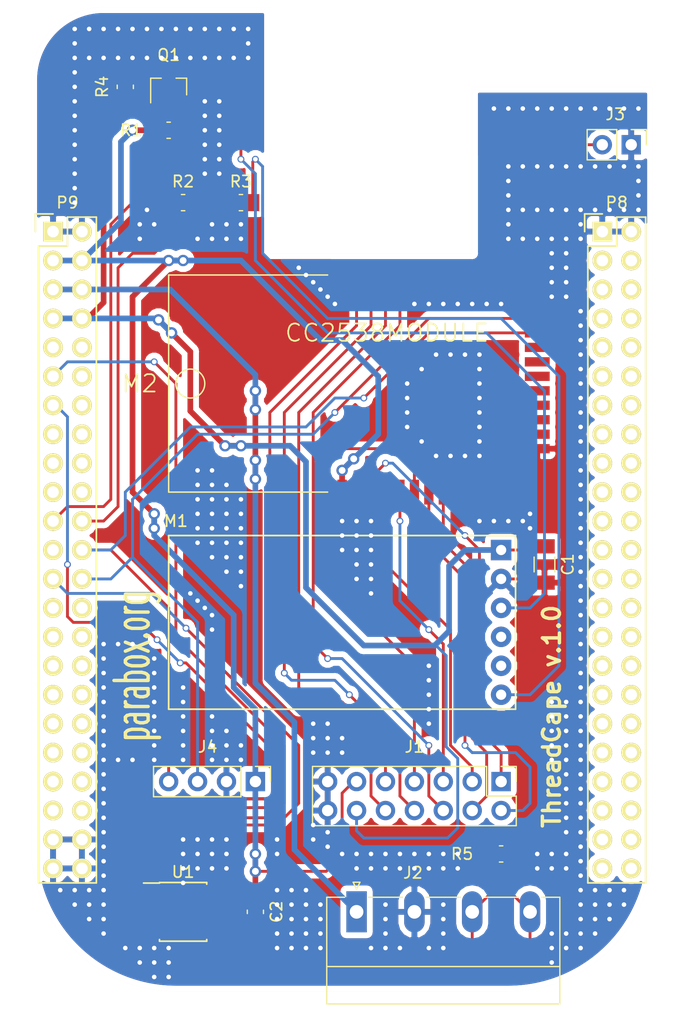
<source format=kicad_pcb>
(kicad_pcb (version 20171130) (host pcbnew 5.0.0-rc1-44a33f2~62~ubuntu16.04.1)
  (layers (0 F.Cu signal) (31 B.Cu signal) (34 B.Paste user) (35 F.Paste user) (36 B.SilkS user) (37 F.SilkS user) (38 B.Mask user) (39 F.Mask user) (44 Edge.Cuts user))
  (net 0 "")
  (net 1 "Net-(P8-Pad3)")
  (net 2 "Net-(P8-Pad4)")
  (net 3 "Net-(P8-Pad5)")
  (net 4 "Net-(P8-Pad6)")
  (net 5 "Net-(P8-Pad7)")
  (net 6 "Net-(P8-Pad8)")
  (net 7 "Net-(P8-Pad9)")
  (net 8 "Net-(P8-Pad10)")
  (net 9 "Net-(P8-Pad11)")
  (net 10 "Net-(P8-Pad12)")
  (net 11 "Net-(P8-Pad13)")
  (net 12 "Net-(P8-Pad14)")
  (net 13 "Net-(P8-Pad15)")
  (net 14 "Net-(P8-Pad16)")
  (net 15 "Net-(P8-Pad17)")
  (net 16 "Net-(P8-Pad18)")
  (net 17 "Net-(P8-Pad19)")
  (net 18 "Net-(P8-Pad20)")
  (net 19 "Net-(P8-Pad21)")
  (net 20 "Net-(P8-Pad22)")
  (net 21 "Net-(P8-Pad23)")
  (net 22 "Net-(P8-Pad24)")
  (net 23 "Net-(P8-Pad25)")
  (net 24 "Net-(P8-Pad26)")
  (net 25 "Net-(P8-Pad27)")
  (net 26 "Net-(P8-Pad28)")
  (net 27 "Net-(P8-Pad29)")
  (net 28 "Net-(P8-Pad30)")
  (net 29 "Net-(P8-Pad31)")
  (net 30 "Net-(P8-Pad32)")
  (net 31 "Net-(P8-Pad33)")
  (net 32 "Net-(P8-Pad34)")
  (net 33 "Net-(P8-Pad35)")
  (net 34 "Net-(P8-Pad36)")
  (net 35 "Net-(P8-Pad37)")
  (net 36 "Net-(P8-Pad38)")
  (net 37 "Net-(P8-Pad39)")
  (net 38 "Net-(P8-Pad40)")
  (net 39 "Net-(P8-Pad41)")
  (net 40 "Net-(P8-Pad42)")
  (net 41 "Net-(P8-Pad43)")
  (net 42 "Net-(P8-Pad44)")
  (net 43 "Net-(P8-Pad45)")
  (net 44 "Net-(P8-Pad46)")
  (net 45 "Net-(P9-Pad12)")
  (net 46 "Net-(P9-Pad14)")
  (net 47 "Net-(P9-Pad15)")
  (net 48 "Net-(P9-Pad16)")
  (net 49 "Net-(P9-Pad17)")
  (net 50 "Net-(P9-Pad18)")
  (net 51 "Net-(P9-Pad19)")
  (net 52 "Net-(P9-Pad20)")
  (net 53 "Net-(P9-Pad23)")
  (net 54 "Net-(P9-Pad27)")
  (net 55 "Net-(P9-Pad28)")
  (net 56 "Net-(P9-Pad29)")
  (net 57 "Net-(P9-Pad30)")
  (net 58 "Net-(P9-Pad31)")
  (net 59 "Net-(P9-Pad33)")
  (net 60 "Net-(P9-Pad35)")
  (net 61 "Net-(P9-Pad36)")
  (net 62 "Net-(P9-Pad37)")
  (net 63 "Net-(P9-Pad38)")
  (net 64 "Net-(P9-Pad39)")
  (net 65 "Net-(P9-Pad40)")
  (net 66 "Net-(P9-Pad41)")
  (net 67 "Net-(P9-Pad42)")
  (net 68 GNDD)
  (net 69 +3V3)
  (net 70 +5V)
  (net 71 SYS_5V)
  (net 72 PWR_BUT)
  (net 73 SYS_RESETN)
  (net 74 VDD_ADC)
  (net 75 GNDA_ADC)
  (net 76 /TMS)
  (net 77 /PB5)
  (net 78 /TCK)
  (net 79 /PB4)
  (net 80 /TDO)
  (net 81 /PD1)
  (net 82 /TDI)
  (net 83 /PD3)
  (net 84 /RESET)
  (net 85 /PD4)
  (net 86 /RS485_A)
  (net 87 /RS485_B)
  (net 88 /BOOT)
  (net 89 /UART0_BOOT_TX)
  (net 90 /UART0_BOOT_RX)
  (net 91 /UART1_5V_RX)
  (net 92 "Net-(M1-Pad4)")
  (net 93 "Net-(M1-Pad5)")
  (net 94 /UART1_5V_TX)
  (net 95 /UART2_TX)
  (net 96 /UART2_RX)
  (net 97 /UART1_RX)
  (net 98 /UART1_TX)
  (net 99 /UART2_RE_DE)
  (net 100 "Net-(M2-Pad9)")
  (net 101 "Net-(M2-Pad10)")
  (net 102 "Net-(M2-Pad11)")
  (net 103 "Net-(M2-Pad12)")
  (net 104 "Net-(M2-Pad13)")
  (net 105 "Net-(M2-Pad15)")
  (net 106 "Net-(M2-Pad16)")
  (net 107 "Net-(M2-Pad17)")
  (net 108 "Net-(M2-Pad18)")
  (net 109 "Net-(M2-Pad19)")
  (net 110 "Net-(M2-Pad20)")
  (net 111 "Net-(M2-Pad21)")
  (net 112 "Net-(M2-Pad25)")
  (net 113 "Net-(M2-Pad27)")
  (net 114 "Net-(M2-Pad28)")
  (net 115 "Net-(M2-Pad29)")
  (net 116 "Net-(M2-Pad30)")
  (net 117 "Net-(M2-Pad31)")
  (module Socket_BeagleBone_Black:Socket_BeagleBone_Black (layer F.Cu) (at 164.6301 62.3824)
    (fp_text reference P8 (at 1.27 -2.54) (layer F.SilkS))
    (fp_text value BeagleBone_Black_Header)
    (pad 1 thru_hole rect (at 0 0) (size 1.7272 1.7272) (drill 1.016) (layers *.Cu *.Mask F.SilkS) (net 68 GNDD))
    (pad 2 thru_hole oval (at 2.54 0) (size 1.7272 1.7272) (drill 1.016) (layers *.Cu *.Mask F.SilkS) (net 68 GNDD))
    (pad 3 thru_hole oval (at 0 2.54) (size 1.7272 1.7272) (drill 1.016) (layers *.Cu *.Mask F.SilkS) (net 1 "Net-(P8-Pad3)"))
    (pad 4 thru_hole oval (at 2.54 2.54) (size 1.7272 1.7272) (drill 1.016) (layers *.Cu *.Mask F.SilkS) (net 2 "Net-(P8-Pad4)"))
    (pad 5 thru_hole oval (at 0 5.08) (size 1.7272 1.7272) (drill 1.016) (layers *.Cu *.Mask F.SilkS) (net 3 "Net-(P8-Pad5)"))
    (pad 6 thru_hole oval (at 2.54 5.08) (size 1.7272 1.7272) (drill 1.016) (layers *.Cu *.Mask F.SilkS) (net 4 "Net-(P8-Pad6)"))
    (pad 7 thru_hole oval (at 0 7.62) (size 1.7272 1.7272) (drill 1.016) (layers *.Cu *.Mask F.SilkS) (net 5 "Net-(P8-Pad7)"))
    (pad 8 thru_hole oval (at 2.54 7.62) (size 1.7272 1.7272) (drill 1.016) (layers *.Cu *.Mask F.SilkS) (net 6 "Net-(P8-Pad8)"))
    (pad 9 thru_hole oval (at 0 10.16) (size 1.7272 1.7272) (drill 1.016) (layers *.Cu *.Mask F.SilkS) (net 7 "Net-(P8-Pad9)"))
    (pad 10 thru_hole oval (at 2.54 10.16) (size 1.7272 1.7272) (drill 1.016) (layers *.Cu *.Mask F.SilkS) (net 8 "Net-(P8-Pad10)"))
    (pad 11 thru_hole oval (at 0 12.7) (size 1.7272 1.7272) (drill 1.016) (layers *.Cu *.Mask F.SilkS) (net 9 "Net-(P8-Pad11)"))
    (pad 12 thru_hole oval (at 2.54 12.7) (size 1.7272 1.7272) (drill 1.016) (layers *.Cu *.Mask F.SilkS) (net 10 "Net-(P8-Pad12)"))
    (pad 13 thru_hole oval (at 0 15.24) (size 1.7272 1.7272) (drill 1.016) (layers *.Cu *.Mask F.SilkS) (net 11 "Net-(P8-Pad13)"))
    (pad 14 thru_hole oval (at 2.54 15.24) (size 1.7272 1.7272) (drill 1.016) (layers *.Cu *.Mask F.SilkS) (net 12 "Net-(P8-Pad14)"))
    (pad 15 thru_hole oval (at 0 17.78) (size 1.7272 1.7272) (drill 1.016) (layers *.Cu *.Mask F.SilkS) (net 13 "Net-(P8-Pad15)"))
    (pad 16 thru_hole oval (at 2.54 17.78) (size 1.7272 1.7272) (drill 1.016) (layers *.Cu *.Mask F.SilkS) (net 14 "Net-(P8-Pad16)"))
    (pad 17 thru_hole oval (at 0 20.32) (size 1.7272 1.7272) (drill 1.016) (layers *.Cu *.Mask F.SilkS) (net 15 "Net-(P8-Pad17)"))
    (pad 18 thru_hole oval (at 2.54 20.32) (size 1.7272 1.7272) (drill 1.016) (layers *.Cu *.Mask F.SilkS) (net 16 "Net-(P8-Pad18)"))
    (pad 19 thru_hole oval (at 0 22.86) (size 1.7272 1.7272) (drill 1.016) (layers *.Cu *.Mask F.SilkS) (net 17 "Net-(P8-Pad19)"))
    (pad 20 thru_hole oval (at 2.54 22.86) (size 1.7272 1.7272) (drill 1.016) (layers *.Cu *.Mask F.SilkS) (net 18 "Net-(P8-Pad20)"))
    (pad 21 thru_hole oval (at 0 25.4) (size 1.7272 1.7272) (drill 1.016) (layers *.Cu *.Mask F.SilkS) (net 19 "Net-(P8-Pad21)"))
    (pad 22 thru_hole oval (at 2.54 25.4) (size 1.7272 1.7272) (drill 1.016) (layers *.Cu *.Mask F.SilkS) (net 20 "Net-(P8-Pad22)"))
    (pad 23 thru_hole oval (at 0 27.94) (size 1.7272 1.7272) (drill 1.016) (layers *.Cu *.Mask F.SilkS) (net 21 "Net-(P8-Pad23)"))
    (pad 24 thru_hole oval (at 2.54 27.94) (size 1.7272 1.7272) (drill 1.016) (layers *.Cu *.Mask F.SilkS) (net 22 "Net-(P8-Pad24)"))
    (pad 25 thru_hole oval (at 0 30.48) (size 1.7272 1.7272) (drill 1.016) (layers *.Cu *.Mask F.SilkS) (net 23 "Net-(P8-Pad25)"))
    (pad 26 thru_hole oval (at 2.54 30.48) (size 1.7272 1.7272) (drill 1.016) (layers *.Cu *.Mask F.SilkS) (net 24 "Net-(P8-Pad26)"))
    (pad 27 thru_hole oval (at 0 33.02) (size 1.7272 1.7272) (drill 1.016) (layers *.Cu *.Mask F.SilkS) (net 25 "Net-(P8-Pad27)"))
    (pad 28 thru_hole oval (at 2.54 33.02) (size 1.7272 1.7272) (drill 1.016) (layers *.Cu *.Mask F.SilkS) (net 26 "Net-(P8-Pad28)"))
    (pad 29 thru_hole oval (at 0 35.56) (size 1.7272 1.7272) (drill 1.016) (layers *.Cu *.Mask F.SilkS) (net 27 "Net-(P8-Pad29)"))
    (pad 30 thru_hole oval (at 2.54 35.56) (size 1.7272 1.7272) (drill 1.016) (layers *.Cu *.Mask F.SilkS) (net 28 "Net-(P8-Pad30)"))
    (pad 31 thru_hole oval (at 0 38.1) (size 1.7272 1.7272) (drill 1.016) (layers *.Cu *.Mask F.SilkS) (net 29 "Net-(P8-Pad31)"))
    (pad 32 thru_hole oval (at 2.54 38.1) (size 1.7272 1.7272) (drill 1.016) (layers *.Cu *.Mask F.SilkS) (net 30 "Net-(P8-Pad32)"))
    (pad 33 thru_hole oval (at 0 40.64) (size 1.7272 1.7272) (drill 1.016) (layers *.Cu *.Mask F.SilkS) (net 31 "Net-(P8-Pad33)"))
    (pad 34 thru_hole oval (at 2.54 40.64) (size 1.7272 1.7272) (drill 1.016) (layers *.Cu *.Mask F.SilkS) (net 32 "Net-(P8-Pad34)"))
    (pad 35 thru_hole oval (at 0 43.18) (size 1.7272 1.7272) (drill 1.016) (layers *.Cu *.Mask F.SilkS) (net 33 "Net-(P8-Pad35)"))
    (pad 36 thru_hole oval (at 2.54 43.18) (size 1.7272 1.7272) (drill 1.016) (layers *.Cu *.Mask F.SilkS) (net 34 "Net-(P8-Pad36)"))
    (pad 37 thru_hole oval (at 0 45.72) (size 1.7272 1.7272) (drill 1.016) (layers *.Cu *.Mask F.SilkS) (net 35 "Net-(P8-Pad37)"))
    (pad 38 thru_hole oval (at 2.54 45.72) (size 1.7272 1.7272) (drill 1.016) (layers *.Cu *.Mask F.SilkS) (net 36 "Net-(P8-Pad38)"))
    (pad 39 thru_hole oval (at 0 48.26) (size 1.7272 1.7272) (drill 1.016) (layers *.Cu *.Mask F.SilkS) (net 37 "Net-(P8-Pad39)"))
    (pad 40 thru_hole oval (at 2.54 48.26) (size 1.7272 1.7272) (drill 1.016) (layers *.Cu *.Mask F.SilkS) (net 38 "Net-(P8-Pad40)"))
    (pad 41 thru_hole oval (at 0 50.8) (size 1.7272 1.7272) (drill 1.016) (layers *.Cu *.Mask F.SilkS) (net 39 "Net-(P8-Pad41)"))
    (pad 42 thru_hole oval (at 2.54 50.8) (size 1.7272 1.7272) (drill 1.016) (layers *.Cu *.Mask F.SilkS) (net 40 "Net-(P8-Pad42)"))
    (pad 43 thru_hole oval (at 0 53.34) (size 1.7272 1.7272) (drill 1.016) (layers *.Cu *.Mask F.SilkS) (net 41 "Net-(P8-Pad43)"))
    (pad 44 thru_hole oval (at 2.54 53.34) (size 1.7272 1.7272) (drill 1.016) (layers *.Cu *.Mask F.SilkS) (net 42 "Net-(P8-Pad44)"))
    (pad 45 thru_hole oval (at 0 55.88) (size 1.7272 1.7272) (drill 1.016) (layers *.Cu *.Mask F.SilkS) (net 43 "Net-(P8-Pad45)"))
    (pad 46 thru_hole oval (at 2.54 55.88) (size 1.7272 1.7272) (drill 1.016) (layers *.Cu *.Mask F.SilkS) (net 44 "Net-(P8-Pad46)"))
  )
  (module Socket_BeagleBone_Black:Socket_BeagleBone_Black (layer F.Cu) (at 116.3701 62.3824)
    (fp_text reference P9 (at 1.27 -2.54) (layer F.SilkS))
    (fp_text value BeagleBone_Black_Header)
    (pad 1 thru_hole rect (at 0 0) (size 1.7272 1.7272) (drill 1.016) (layers *.Cu *.Mask F.SilkS) (net 68 GNDD))
    (pad 2 thru_hole oval (at 2.54 0) (size 1.7272 1.7272) (drill 1.016) (layers *.Cu *.Mask F.SilkS) (net 68 GNDD))
    (pad 3 thru_hole oval (at 0 2.54) (size 1.7272 1.7272) (drill 1.016) (layers *.Cu *.Mask F.SilkS) (net 69 +3V3))
    (pad 4 thru_hole oval (at 2.54 2.54) (size 1.7272 1.7272) (drill 1.016) (layers *.Cu *.Mask F.SilkS) (net 69 +3V3))
    (pad 5 thru_hole oval (at 0 5.08) (size 1.7272 1.7272) (drill 1.016) (layers *.Cu *.Mask F.SilkS) (net 70 +5V))
    (pad 6 thru_hole oval (at 2.54 5.08) (size 1.7272 1.7272) (drill 1.016) (layers *.Cu *.Mask F.SilkS) (net 70 +5V))
    (pad 7 thru_hole oval (at 0 7.62) (size 1.7272 1.7272) (drill 1.016) (layers *.Cu *.Mask F.SilkS) (net 71 SYS_5V))
    (pad 8 thru_hole oval (at 2.54 7.62) (size 1.7272 1.7272) (drill 1.016) (layers *.Cu *.Mask F.SilkS) (net 71 SYS_5V))
    (pad 9 thru_hole oval (at 0 10.16) (size 1.7272 1.7272) (drill 1.016) (layers *.Cu *.Mask F.SilkS) (net 72 PWR_BUT))
    (pad 10 thru_hole oval (at 2.54 10.16) (size 1.7272 1.7272) (drill 1.016) (layers *.Cu *.Mask F.SilkS) (net 73 SYS_RESETN))
    (pad 11 thru_hole oval (at 0 12.7) (size 1.7272 1.7272) (drill 1.016) (layers *.Cu *.Mask F.SilkS) (net 95 /UART2_TX))
    (pad 12 thru_hole oval (at 2.54 12.7) (size 1.7272 1.7272) (drill 1.016) (layers *.Cu *.Mask F.SilkS) (net 45 "Net-(P9-Pad12)"))
    (pad 13 thru_hole oval (at 0 15.24) (size 1.7272 1.7272) (drill 1.016) (layers *.Cu *.Mask F.SilkS) (net 96 /UART2_RX))
    (pad 14 thru_hole oval (at 2.54 15.24) (size 1.7272 1.7272) (drill 1.016) (layers *.Cu *.Mask F.SilkS) (net 46 "Net-(P9-Pad14)"))
    (pad 15 thru_hole oval (at 0 17.78) (size 1.7272 1.7272) (drill 1.016) (layers *.Cu *.Mask F.SilkS) (net 47 "Net-(P9-Pad15)"))
    (pad 16 thru_hole oval (at 2.54 17.78) (size 1.7272 1.7272) (drill 1.016) (layers *.Cu *.Mask F.SilkS) (net 48 "Net-(P9-Pad16)"))
    (pad 17 thru_hole oval (at 0 20.32) (size 1.7272 1.7272) (drill 1.016) (layers *.Cu *.Mask F.SilkS) (net 49 "Net-(P9-Pad17)"))
    (pad 18 thru_hole oval (at 2.54 20.32) (size 1.7272 1.7272) (drill 1.016) (layers *.Cu *.Mask F.SilkS) (net 50 "Net-(P9-Pad18)"))
    (pad 19 thru_hole oval (at 0 22.86) (size 1.7272 1.7272) (drill 1.016) (layers *.Cu *.Mask F.SilkS) (net 51 "Net-(P9-Pad19)"))
    (pad 20 thru_hole oval (at 2.54 22.86) (size 1.7272 1.7272) (drill 1.016) (layers *.Cu *.Mask F.SilkS) (net 52 "Net-(P9-Pad20)"))
    (pad 21 thru_hole oval (at 0 25.4) (size 1.7272 1.7272) (drill 1.016) (layers *.Cu *.Mask F.SilkS) (net 97 /UART1_RX))
    (pad 22 thru_hole oval (at 2.54 25.4) (size 1.7272 1.7272) (drill 1.016) (layers *.Cu *.Mask F.SilkS) (net 98 /UART1_TX))
    (pad 23 thru_hole oval (at 0 27.94) (size 1.7272 1.7272) (drill 1.016) (layers *.Cu *.Mask F.SilkS) (net 53 "Net-(P9-Pad23)"))
    (pad 24 thru_hole oval (at 2.54 27.94) (size 1.7272 1.7272) (drill 1.016) (layers *.Cu *.Mask F.SilkS) (net 90 /UART0_BOOT_RX))
    (pad 25 thru_hole oval (at 0 30.48) (size 1.7272 1.7272) (drill 1.016) (layers *.Cu *.Mask F.SilkS) (net 99 /UART2_RE_DE))
    (pad 26 thru_hole oval (at 2.54 30.48) (size 1.7272 1.7272) (drill 1.016) (layers *.Cu *.Mask F.SilkS) (net 89 /UART0_BOOT_TX))
    (pad 27 thru_hole oval (at 0 33.02) (size 1.7272 1.7272) (drill 1.016) (layers *.Cu *.Mask F.SilkS) (net 54 "Net-(P9-Pad27)"))
    (pad 28 thru_hole oval (at 2.54 33.02) (size 1.7272 1.7272) (drill 1.016) (layers *.Cu *.Mask F.SilkS) (net 55 "Net-(P9-Pad28)"))
    (pad 29 thru_hole oval (at 0 35.56) (size 1.7272 1.7272) (drill 1.016) (layers *.Cu *.Mask F.SilkS) (net 56 "Net-(P9-Pad29)"))
    (pad 30 thru_hole oval (at 2.54 35.56) (size 1.7272 1.7272) (drill 1.016) (layers *.Cu *.Mask F.SilkS) (net 57 "Net-(P9-Pad30)"))
    (pad 31 thru_hole oval (at 0 38.1) (size 1.7272 1.7272) (drill 1.016) (layers *.Cu *.Mask F.SilkS) (net 58 "Net-(P9-Pad31)"))
    (pad 32 thru_hole oval (at 2.54 38.1) (size 1.7272 1.7272) (drill 1.016) (layers *.Cu *.Mask F.SilkS) (net 74 VDD_ADC))
    (pad 33 thru_hole oval (at 0 40.64) (size 1.7272 1.7272) (drill 1.016) (layers *.Cu *.Mask F.SilkS) (net 59 "Net-(P9-Pad33)"))
    (pad 34 thru_hole oval (at 2.54 40.64) (size 1.7272 1.7272) (drill 1.016) (layers *.Cu *.Mask F.SilkS) (net 75 GNDA_ADC))
    (pad 35 thru_hole oval (at 0 43.18) (size 1.7272 1.7272) (drill 1.016) (layers *.Cu *.Mask F.SilkS) (net 60 "Net-(P9-Pad35)"))
    (pad 36 thru_hole oval (at 2.54 43.18) (size 1.7272 1.7272) (drill 1.016) (layers *.Cu *.Mask F.SilkS) (net 61 "Net-(P9-Pad36)"))
    (pad 37 thru_hole oval (at 0 45.72) (size 1.7272 1.7272) (drill 1.016) (layers *.Cu *.Mask F.SilkS) (net 62 "Net-(P9-Pad37)"))
    (pad 38 thru_hole oval (at 2.54 45.72) (size 1.7272 1.7272) (drill 1.016) (layers *.Cu *.Mask F.SilkS) (net 63 "Net-(P9-Pad38)"))
    (pad 39 thru_hole oval (at 0 48.26) (size 1.7272 1.7272) (drill 1.016) (layers *.Cu *.Mask F.SilkS) (net 64 "Net-(P9-Pad39)"))
    (pad 40 thru_hole oval (at 2.54 48.26) (size 1.7272 1.7272) (drill 1.016) (layers *.Cu *.Mask F.SilkS) (net 65 "Net-(P9-Pad40)"))
    (pad 41 thru_hole oval (at 0 50.8) (size 1.7272 1.7272) (drill 1.016) (layers *.Cu *.Mask F.SilkS) (net 66 "Net-(P9-Pad41)"))
    (pad 42 thru_hole oval (at 2.54 50.8) (size 1.7272 1.7272) (drill 1.016) (layers *.Cu *.Mask F.SilkS) (net 67 "Net-(P9-Pad42)"))
    (pad 43 thru_hole oval (at 0 53.34) (size 1.7272 1.7272) (drill 1.016) (layers *.Cu *.Mask F.SilkS) (net 68 GNDD))
    (pad 44 thru_hole oval (at 2.54 53.34) (size 1.7272 1.7272) (drill 1.016) (layers *.Cu *.Mask F.SilkS) (net 68 GNDD))
    (pad 45 thru_hole oval (at 0 55.88) (size 1.7272 1.7272) (drill 1.016) (layers *.Cu *.Mask F.SilkS) (net 68 GNDD))
    (pad 46 thru_hole oval (at 2.54 55.88) (size 1.7272 1.7272) (drill 1.016) (layers *.Cu *.Mask F.SilkS) (net 68 GNDD))
  )
  (module Capacitor_SMD:C_1206_3216Metric_Pad1.24x1.80mm_HandSolder (layer F.Cu) (at 159.5501 91.5924 270)
    (fp_text reference C1 (at 0 -2.05 270) (layer F.SilkS))
    (fp_text value 10u)
    (pad 1 smd rect (at -1.5925 0 270) (size 1.245 1.8) (layers F.Cu F.Paste F.Mask) (net 71 SYS_5V))
    (pad 2 smd rect (at 1.5925 0 270) (size 1.245 1.8) (layers F.Cu F.Paste F.Mask) (net 68 GNDD))
  )
  (module Capacitor_SMD:C_0805_2012Metric_Pad1.15x1.50mm_HandSolder (layer F.Cu) (at 134.1501 122.0724 270)
    (fp_text reference C2 (at 0 -1.85 270) (layer F.SilkS))
    (fp_text value 0.1u)
    (pad 1 smd rect (at -1.0425 0 270) (size 1.145 1.5) (layers F.Cu F.Paste F.Mask) (net 69 +3V3))
    (pad 2 smd rect (at 1.0425 0 270) (size 1.145 1.5) (layers F.Cu F.Paste F.Mask) (net 68 GNDD))
  )
  (module Connector_PinHeader_2.54mm:PinHeader_2x07_P2.54mm_Vertical (layer F.Cu) (at 155.7401 110.6424 270)
    (fp_text reference J1 (at -3.048 7.62) (layer F.SilkS))
    (fp_text value MISC)
    (pad 1 thru_hole rect (at 0 0 270) (size 1.7 1.7) (drill 1) (layers *.Cu *.Mask) (net 76 /TMS))
    (pad 2 thru_hole oval (at 2.54 0 270) (size 1.7 1.7) (drill 1) (layers *.Cu *.Mask) (net 77 /PB5))
    (pad 3 thru_hole oval (at 0 2.54 270) (size 1.7 1.7) (drill 1) (layers *.Cu *.Mask) (net 78 /TCK))
    (pad 4 thru_hole oval (at 2.54 2.54 270) (size 1.7 1.7) (drill 1) (layers *.Cu *.Mask) (net 79 /PB4))
    (pad 5 thru_hole oval (at 0 5.08 270) (size 1.7 1.7) (drill 1) (layers *.Cu *.Mask) (net 80 /TDO))
    (pad 6 thru_hole oval (at 2.54 5.08 270) (size 1.7 1.7) (drill 1) (layers *.Cu *.Mask) (net 81 /PD1))
    (pad 7 thru_hole oval (at 0 7.62 270) (size 1.7 1.7) (drill 1) (layers *.Cu *.Mask) (net 82 /TDI))
    (pad 8 thru_hole oval (at 2.54 7.62 270) (size 1.7 1.7) (drill 1) (layers *.Cu *.Mask) (net 83 /PD3))
    (pad 9 thru_hole oval (at 0 10.16 270) (size 1.7 1.7) (drill 1) (layers *.Cu *.Mask) (net 84 /RESET))
    (pad 10 thru_hole oval (at 2.54 10.16 270) (size 1.7 1.7) (drill 1) (layers *.Cu *.Mask) (net 85 /PD4))
    (pad 11 thru_hole oval (at 0 12.7 270) (size 1.7 1.7) (drill 1) (layers *.Cu *.Mask) (net 69 +3V3))
    (pad 12 thru_hole oval (at 2.54 12.7 270) (size 1.7 1.7) (drill 1) (layers *.Cu *.Mask) (net 71 SYS_5V))
    (pad 13 thru_hole oval (at 0 15.24 270) (size 1.7 1.7) (drill 1) (layers *.Cu *.Mask) (net 68 GNDD))
    (pad 14 thru_hole oval (at 2.54 15.24 270) (size 1.7 1.7) (drill 1) (layers *.Cu *.Mask) (net 68 GNDD))
  )
  (module Connector_Phoenix_MC:PhoenixContact_MC_1,5_4-G-5.08_1x04_P5.08mm_Horizontal (layer F.Cu) (at 143.0401 122.0724)
    (fp_text reference J2 (at 4.953 -3.429) (layer F.SilkS))
    (fp_text value POWER)
    (pad 1 thru_hole rect (at 0 0) (size 1.8 3.6) (drill 1.2) (layers *.Cu *.Mask) (net 70 +5V))
    (pad 2 thru_hole oval (at 5.08 0) (size 1.8 3.6) (drill 1.2) (layers *.Cu *.Mask) (net 68 GNDD))
    (pad 3 thru_hole oval (at 10.16 0) (size 1.8 3.6) (drill 1.2) (layers *.Cu *.Mask) (net 86 /RS485_A))
    (pad 4 thru_hole oval (at 15.24 0) (size 1.8 3.6) (drill 1.2) (layers *.Cu *.Mask) (net 87 /RS485_B))
  )
  (module Connector_PinHeader_2.54mm:PinHeader_1x02_P2.54mm_Vertical (layer F.Cu) (at 167.1701 54.7624 270)
    (fp_text reference J3 (at -2.667 1.397) (layer F.SilkS))
    (fp_text value BOOT)
    (pad 1 thru_hole rect (at 0 0 270) (size 1.7 1.7) (drill 1) (layers *.Cu *.Mask) (net 68 GNDD))
    (pad 2 thru_hole oval (at 0 2.54 270) (size 1.7 1.7) (drill 1) (layers *.Cu *.Mask) (net 88 /BOOT))
  )
  (module Connector_PinHeader_2.54mm:PinHeader_1x04_P2.54mm_Vertical (layer F.Cu) (at 134.1501 110.6424 270)
    (fp_text reference J4 (at -3.048 4.191) (layer F.SilkS))
    (fp_text value BOOT)
    (pad 1 thru_hole rect (at 0 0 270) (size 1.7 1.7) (drill 1) (layers *.Cu *.Mask) (net 69 +3V3))
    (pad 2 thru_hole oval (at 0 2.54 270) (size 1.7 1.7) (drill 1) (layers *.Cu *.Mask) (net 68 GNDD))
    (pad 3 thru_hole oval (at 0 5.08 270) (size 1.7 1.7) (drill 1) (layers *.Cu *.Mask) (net 89 /UART0_BOOT_TX))
    (pad 4 thru_hole oval (at 0 7.62 270) (size 1.7 1.7) (drill 1) (layers *.Cu *.Mask) (net 90 /UART0_BOOT_RX))
  )
  (module Levap_RF_Modules:MR1132 (layer F.Cu) (at 153.2001 95.4024)
    (fp_text reference M1 (at -26.035 -7.62) (layer F.SilkS))
    (fp_text value MR1132)
    (pad 1 thru_hole rect (at 2.54 -5.08) (size 1.8 1.8) (drill 0.9) (layers *.Cu *.Mask) (net 71 SYS_5V))
    (pad 2 thru_hole circle (at 2.54 -2.54) (size 1.8 1.8) (drill 0.9) (layers *.Cu *.Mask) (net 68 GNDD))
    (pad 3 thru_hole circle (at 2.54 0) (size 1.8 1.8) (drill 0.9) (layers *.Cu *.Mask) (net 91 /UART1_5V_RX))
    (pad 4 thru_hole circle (at 2.54 2.54) (size 1.8 1.8) (drill 0.9) (layers *.Cu *.Mask) (net 92 "Net-(M1-Pad4)"))
    (pad 5 thru_hole circle (at 2.54 5.08) (size 1.8 1.8) (drill 0.9) (layers *.Cu *.Mask) (net 93 "Net-(M1-Pad5)"))
    (pad 6 thru_hole circle (at 2.54 7.62) (size 1.8 1.8) (drill 0.9) (layers *.Cu *.Mask) (net 94 /UART1_5V_TX))
  )
  (module Package_TO_SOT_SMD:SOT-23 (layer F.Cu) (at 126.5301 49.6824 90)
    (fp_text reference Q1 (at 2.794 0 180) (layer F.SilkS))
    (fp_text value 2N7002)
    (pad 1 smd rect (at -1 -0.95 90) (size 0.9 0.8) (layers F.Cu F.Paste F.Mask) (net 69 +3V3))
    (pad 2 smd rect (at -1 0.95 90) (size 0.9 0.8) (layers F.Cu F.Paste F.Mask) (net 97 /UART1_RX))
    (pad 3 smd rect (at 1 0 90) (size 0.9 0.8) (layers F.Cu F.Paste F.Mask) (net 91 /UART1_5V_RX))
  )
  (module Resistor_SMD:R_0805_2012Metric_Pad1.15x1.50mm_HandSolder (layer F.Cu) (at 126.5301 53.4924)
    (fp_text reference R1 (at -3.302 0) (layer F.SilkS))
    (fp_text value 10k)
    (pad 1 smd rect (at -1.0425 0) (size 1.145 1.5) (layers F.Cu F.Paste F.Mask) (net 69 +3V3))
    (pad 2 smd rect (at 1.0425 0) (size 1.145 1.5) (layers F.Cu F.Paste F.Mask) (net 97 /UART1_RX))
  )
  (module Resistor_SMD:R_0805_2012Metric_Pad1.15x1.50mm_HandSolder (layer F.Cu) (at 127.8001 59.8424)
    (fp_text reference R2 (at 0 -1.85) (layer F.SilkS))
    (fp_text value 20k)
    (pad 1 smd rect (at -1.0425 0) (size 1.145 1.5) (layers F.Cu F.Paste F.Mask) (net 68 GNDD))
    (pad 2 smd rect (at 1.0425 0) (size 1.145 1.5) (layers F.Cu F.Paste F.Mask) (net 98 /UART1_TX))
  )
  (module Resistor_SMD:R_0805_2012Metric_Pad1.15x1.50mm_HandSolder (layer F.Cu) (at 132.8801 59.8424)
    (fp_text reference R3 (at 0 -1.85) (layer F.SilkS))
    (fp_text value 10k)
    (pad 1 smd rect (at -1.0425 0) (size 1.145 1.5) (layers F.Cu F.Paste F.Mask) (net 98 /UART1_TX))
    (pad 2 smd rect (at 1.0425 0) (size 1.145 1.5) (layers F.Cu F.Paste F.Mask) (net 94 /UART1_5V_TX))
  )
  (module Resistor_SMD:R_0805_2012Metric_Pad1.15x1.50mm_HandSolder (layer F.Cu) (at 122.7201 49.6824 90)
    (fp_text reference R4 (at 0 -2.032 90) (layer F.SilkS))
    (fp_text value 10k)
    (pad 1 smd rect (at -1.0425 0 90) (size 1.145 1.5) (layers F.Cu F.Paste F.Mask) (net 71 SYS_5V))
    (pad 2 smd rect (at 1.0425 0 90) (size 1.145 1.5) (layers F.Cu F.Paste F.Mask) (net 91 /UART1_5V_RX))
  )
  (module Resistor_SMD:R_0805_2012Metric_Pad1.15x1.50mm_HandSolder (layer F.Cu) (at 155.7401 116.9924)
    (fp_text reference R5 (at -3.429 0) (layer F.SilkS))
    (fp_text value 120)
    (pad 1 smd rect (at -1.0425 0) (size 1.145 1.5) (layers F.Cu F.Paste F.Mask) (net 86 /RS485_A))
    (pad 2 smd rect (at 1.0425 0) (size 1.145 1.5) (layers F.Cu F.Paste F.Mask) (net 87 /RS485_B))
  )
  (module Package_SO:SOIC-8_3.9x4.9mm_P1.27mm (layer F.Cu) (at 127.8001 122.0724)
    (fp_text reference U1 (at 0 -3.5) (layer F.SilkS))
    (fp_text value MAX3072E)
    (pad 1 smd rect (at -2.7 -1.905) (size 1.55 0.6) (layers F.Cu F.Paste F.Mask) (net 95 /UART2_TX))
    (pad 2 smd rect (at -2.7 -0.635) (size 1.55 0.6) (layers F.Cu F.Paste F.Mask) (net 99 /UART2_RE_DE))
    (pad 3 smd rect (at -2.7 0.635) (size 1.55 0.6) (layers F.Cu F.Paste F.Mask) (net 99 /UART2_RE_DE))
    (pad 4 smd rect (at -2.7 1.905) (size 1.55 0.6) (layers F.Cu F.Paste F.Mask) (net 96 /UART2_RX))
    (pad 5 smd rect (at 2.7 1.905) (size 1.55 0.6) (layers F.Cu F.Paste F.Mask) (net 68 GNDD))
    (pad 6 smd rect (at 2.7 0.635) (size 1.55 0.6) (layers F.Cu F.Paste F.Mask) (net 86 /RS485_A))
    (pad 7 smd rect (at 2.7 -0.635) (size 1.55 0.6) (layers F.Cu F.Paste F.Mask) (net 87 /RS485_B))
    (pad 8 smd rect (at 2.7 -1.905) (size 1.55 0.6) (layers F.Cu F.Paste F.Mask) (net 69 +3V3))
  )
  (module Levap_RF_Modules:CC2538MOD (layer F.Cu) (at 143.0401 76.3524 90)
    (fp_text reference M2 (at 0.635 -19.05 180) (layer F.SilkS) (effects (font (size 1.524 1.524))))
    (fp_text value CC2538MODULE (at 5.08 2.667 180) (layer F.SilkS) (effects (font (size 1.524 1.524))))
    (pad 1 smd rect (at -8.89 -1.27 90) (size 2.18186 0.8128) (layers F.Cu F.Paste F.Mask) (net 69 +3V3))
    (pad 2 smd rect (at -8.89 0 90) (size 2.18186 0.8128) (layers F.Cu F.Paste F.Mask) (net 68 GNDD))
    (pad 3 smd rect (at -8.89 1.27 90) (size 2.18186 0.8128) (layers F.Cu F.Paste F.Mask) (net 76 /TMS))
    (pad 4 smd rect (at -8.89 2.54 90) (size 2.18186 0.8128) (layers F.Cu F.Paste F.Mask) (net 78 /TCK))
    (pad 5 smd rect (at -8.89 3.81 90) (size 2.18186 0.8128) (layers F.Cu F.Paste F.Mask) (net 80 /TDO))
    (pad 6 smd rect (at -8.89 5.08 90) (size 2.18186 0.8128) (layers F.Cu F.Paste F.Mask) (net 82 /TDI))
    (pad 7 smd rect (at -8.89 6.35 90) (size 2.18186 0.8128) (layers F.Cu F.Paste F.Mask) (net 77 /PB5))
    (pad 8 smd rect (at -8.89 7.62 90) (size 2.18186 0.8128) (layers F.Cu F.Paste F.Mask) (net 79 /PB4))
    (pad 9 smd rect (at -8.89 8.89 90) (size 2.18186 0.8128) (layers F.Cu F.Paste F.Mask) (net 100 "Net-(M2-Pad9)"))
    (pad 10 smd rect (at -8.89 10.16 90) (size 2.18186 0.8128) (layers F.Cu F.Paste F.Mask) (net 101 "Net-(M2-Pad10)"))
    (pad 11 smd rect (at -8.89 11.43 90) (size 2.18186 0.8128) (layers F.Cu F.Paste F.Mask) (net 102 "Net-(M2-Pad11)"))
    (pad 12 smd rect (at -8.89 12.7 90) (size 2.18186 0.8128) (layers F.Cu F.Paste F.Mask) (net 103 "Net-(M2-Pad12)"))
    (pad 13 smd rect (at -8.89 13.97 90) (size 2.18186 0.8128) (layers F.Cu F.Paste F.Mask) (net 104 "Net-(M2-Pad13)"))
    (pad 14 smd rect (at -5.08 15.875 180) (size 2.18186 0.8128) (layers F.Cu F.Paste F.Mask) (net 68 GNDD))
    (pad 15 smd rect (at -3.81 15.875 180) (size 2.18186 0.8128) (layers F.Cu F.Paste F.Mask) (net 105 "Net-(M2-Pad15)"))
    (pad 16 smd rect (at -2.54 15.875 180) (size 2.18186 0.8128) (layers F.Cu F.Paste F.Mask) (net 106 "Net-(M2-Pad16)"))
    (pad 17 smd rect (at -1.27 15.875 180) (size 2.18186 0.8128) (layers F.Cu F.Paste F.Mask) (net 107 "Net-(M2-Pad17)"))
    (pad 18 smd rect (at 0 15.875 180) (size 2.18186 0.8128) (layers F.Cu F.Paste F.Mask) (net 108 "Net-(M2-Pad18)"))
    (pad 19 smd rect (at 1.27 15.875 180) (size 2.18186 0.8128) (layers F.Cu F.Paste F.Mask) (net 109 "Net-(M2-Pad19)"))
    (pad 20 smd rect (at 2.54 15.875 180) (size 2.18186 0.8128) (layers F.Cu F.Paste F.Mask) (net 110 "Net-(M2-Pad20)"))
    (pad 21 smd rect (at 3.81 15.875 180) (size 2.18186 0.8128) (layers F.Cu F.Paste F.Mask) (net 111 "Net-(M2-Pad21)"))
    (pad 22 smd rect (at 5.08 15.875 180) (size 2.18186 0.8128) (layers F.Cu F.Paste F.Mask) (net 90 /UART0_BOOT_RX))
    (pad 23 smd rect (at 6.35 15.875 180) (size 2.18186 0.8128) (layers F.Cu F.Paste F.Mask) (net 89 /UART0_BOOT_TX))
    (pad 24 smd rect (at 10.16 13.97 90) (size 2.18186 0.8128) (layers F.Cu F.Paste F.Mask) (net 68 GNDD))
    (pad 25 smd rect (at 10.16 12.7 90) (size 2.18186 0.8128) (layers F.Cu F.Paste F.Mask) (net 112 "Net-(M2-Pad25)"))
    (pad 26 smd rect (at 10.16 11.43 90) (size 2.18186 0.8128) (layers F.Cu F.Paste F.Mask) (net 88 /BOOT))
    (pad 27 smd rect (at 10.16 10.16 90) (size 2.18186 0.8128) (layers F.Cu F.Paste F.Mask) (net 113 "Net-(M2-Pad27)"))
    (pad 28 smd rect (at 10.16 8.89 90) (size 2.18186 0.8128) (layers F.Cu F.Paste F.Mask) (net 114 "Net-(M2-Pad28)"))
    (pad 29 smd rect (at 10.16 7.62 90) (size 2.18186 0.8128) (layers F.Cu F.Paste F.Mask) (net 115 "Net-(M2-Pad29)"))
    (pad 30 smd rect (at 10.16 6.35 90) (size 2.18186 0.8128) (layers F.Cu F.Paste F.Mask) (net 116 "Net-(M2-Pad30)"))
    (pad 31 smd rect (at 10.16 5.08 90) (size 2.18186 0.8128) (layers F.Cu F.Paste F.Mask) (net 117 "Net-(M2-Pad31)"))
    (pad 32 smd rect (at 10.16 3.81 90) (size 2.18186 0.8128) (layers F.Cu F.Paste F.Mask) (net 81 /PD1))
    (pad 33 smd rect (at 10.16 2.54 90) (size 2.18186 0.8128) (layers F.Cu F.Paste F.Mask) (net 84 /RESET))
    (pad 34 smd rect (at 10.16 1.27 90) (size 2.18186 0.8128) (layers F.Cu F.Paste F.Mask) (net 83 /PD3))
    (pad 35 smd rect (at 10.16 0 90) (size 2.18186 0.8128) (layers F.Cu F.Paste F.Mask) (net 85 /PD4))
    (pad 36 smd rect (at 10.16 -1.27 90) (size 2.18186 0.8128) (layers F.Cu F.Paste F.Mask) (net 68 GNDD))
  )
  (gr_text "ThreadCape v.1.0" (at 160.1851 104.9274 90) (layer F.SilkS) (effects (font (size 1.5 1.5) (thickness 0.3))))
  (gr_text parabox.org (at 123.3551 100.4824 90) (layer F.SilkS) (effects (font (size 3 1.5) (thickness 0.3))))
  (gr_arc (start 127.1651 116.3574) (end 127.1651 129.0574) (angle 90) (layer Edge.Cuts) (width 0.00254))
  (gr_arc (start 156.3751 116.3574) (end 169.0751 116.3574) (angle 90) (layer Edge.Cuts) (width 0.00254))
  (gr_arc (start 120.8151 49.0474) (end 114.4651 49.0474) (angle 90) (layer Edge.Cuts) (width 0.00254))
  (gr_line (start 135.4201 42.6974) (end 120.8151 42.6974) (layer Edge.Cuts) (width 0.00254))
  (gr_line (start 135.4201 64.2874) (end 135.4201 42.6974) (layer Edge.Cuts) (width 0.00254))
  (gr_line (start 153.2001 64.2874) (end 135.4201 64.2874) (layer Edge.Cuts) (width 0.00254))
  (gr_line (start 153.2001 49.6824) (end 153.2001 64.2874) (layer Edge.Cuts) (width 0.00254))
  (gr_line (start 169.0751 49.6824) (end 153.2001 49.6824) (layer Edge.Cuts) (width 0.00254))
  (gr_line (start 169.0751 116.3574) (end 169.0751 49.6824) (layer Edge.Cuts) (width 0.00254))
  (gr_line (start 127.1651 129.0574) (end 156.3751 129.0574) (layer Edge.Cuts) (width 0.00254))
  (gr_line (start 114.4651 49.0474) (end 114.4651 116.3574) (layer Edge.Cuts) (width 0.00254))
  (via (at 161.4551 115.0874) (size 0.6) (drill 0.4) (layers F.Cu B.Cu) (net 68))
  (via (at 161.4551 113.8174) (size 0.6) (drill 0.4) (layers F.Cu B.Cu) (net 68))
  (via (at 161.4551 112.5474) (size 0.6) (drill 0.4) (layers F.Cu B.Cu) (net 68))
  (via (at 161.4551 111.2774) (size 0.6) (drill 0.4) (layers F.Cu B.Cu) (net 68))
  (via (at 161.4551 110.0074) (size 0.6) (drill 0.4) (layers F.Cu B.Cu) (net 68))
  (via (at 160.1851 126.5174) (size 0.6) (drill 0.4) (layers F.Cu B.Cu) (net 68))
  (via (at 122.7201 125.2474) (size 0.6) (drill 0.4) (layers F.Cu B.Cu) (net 68))
  (via (at 123.9901 125.2474) (size 0.6) (drill 0.4) (layers F.Cu B.Cu) (net 68))
  (via (at 123.9901 126.5174) (size 0.6) (drill 0.4) (layers F.Cu B.Cu) (net 68))
  (via (at 125.2601 125.2474) (size 0.6) (drill 0.4) (layers F.Cu B.Cu) (net 68))
  (via (at 125.2601 126.5174) (size 0.6) (drill 0.4) (layers F.Cu B.Cu) (net 68))
  (via (at 125.2601 127.7874) (size 0.6) (drill 0.4) (layers F.Cu B.Cu) (net 68))
  (via (at 126.5301 127.7874) (size 0.6) (drill 0.4) (layers F.Cu B.Cu) (net 68))
  (via (at 126.5301 126.5174) (size 0.6) (drill 0.4) (layers F.Cu B.Cu) (net 68))
  (via (at 126.5301 125.2474) (size 0.6) (drill 0.4) (layers F.Cu B.Cu) (net 68))
  (via (at 161.4551 125.2474) (size 0.6) (drill 0.4) (layers F.Cu B.Cu) (net 68))
  (via (at 160.1851 125.2474) (size 0.6) (drill 0.4) (layers F.Cu B.Cu) (net 68))
  (via (at 160.1851 123.9774) (size 0.6) (drill 0.4) (layers F.Cu B.Cu) (net 68))
  (via (at 161.4551 123.9774) (size 0.6) (drill 0.4) (layers F.Cu B.Cu) (net 68))
  (via (at 150.6601 125.2474) (size 0.6) (drill 0.4) (layers F.Cu B.Cu) (net 68))
  (via (at 149.3901 125.2474) (size 0.6) (drill 0.4) (layers F.Cu B.Cu) (net 68))
  (via (at 150.6601 123.9774) (size 0.6) (drill 0.4) (layers F.Cu B.Cu) (net 68))
  (via (at 150.6601 122.7074) (size 0.6) (drill 0.4) (layers F.Cu B.Cu) (net 68))
  (via (at 150.6601 121.4374) (size 0.6) (drill 0.4) (layers F.Cu B.Cu) (net 68))
  (via (at 146.8501 125.2474) (size 0.6) (drill 0.4) (layers F.Cu B.Cu) (net 68))
  (via (at 144.3101 125.2474) (size 0.6) (drill 0.4) (layers F.Cu B.Cu) (net 68))
  (via (at 145.5801 125.2474) (size 0.6) (drill 0.4) (layers F.Cu B.Cu) (net 68))
  (via (at 145.5801 123.9774) (size 0.6) (drill 0.4) (layers F.Cu B.Cu) (net 68))
  (via (at 145.5801 122.7074) (size 0.6) (drill 0.4) (layers F.Cu B.Cu) (net 68))
  (via (at 145.5801 121.4374) (size 0.6) (drill 0.4) (layers F.Cu B.Cu) (net 68))
  (via (at 139.8651 125.2474) (size 0.6) (drill 0.4) (layers F.Cu B.Cu) (net 68))
  (via (at 139.8651 123.9774) (size 0.6) (drill 0.4) (layers F.Cu B.Cu) (net 68))
  (via (at 139.8651 122.7074) (size 0.6) (drill 0.4) (layers F.Cu B.Cu) (net 68))
  (via (at 139.8651 121.4374) (size 0.6) (drill 0.4) (layers F.Cu B.Cu) (net 68))
  (via (at 138.5951 125.2474) (size 0.6) (drill 0.4) (layers F.Cu B.Cu) (net 68))
  (via (at 138.5951 123.9774) (size 0.6) (drill 0.4) (layers F.Cu B.Cu) (net 68))
  (via (at 138.5951 122.7074) (size 0.6) (drill 0.4) (layers F.Cu B.Cu) (net 68))
  (via (at 138.5951 121.4374) (size 0.6) (drill 0.4) (layers F.Cu B.Cu) (net 68))
  (via (at 138.5951 120.1674) (size 0.6) (drill 0.4) (layers F.Cu B.Cu) (net 68))
  (via (at 137.3251 120.1674) (size 0.6) (drill 0.4) (layers F.Cu B.Cu) (net 68))
  (via (at 137.3251 121.4374) (size 0.6) (drill 0.4) (layers F.Cu B.Cu) (net 68))
  (via (at 137.3251 122.7074) (size 0.6) (drill 0.4) (layers F.Cu B.Cu) (net 68))
  (via (at 137.3251 123.9774) (size 0.6) (drill 0.4) (layers F.Cu B.Cu) (net 68))
  (via (at 137.3251 125.2474) (size 0.6) (drill 0.4) (layers F.Cu B.Cu) (net 68))
  (via (at 136.0551 125.2474) (size 0.6) (drill 0.4) (layers F.Cu B.Cu) (net 68))
  (via (at 136.0551 123.9774) (size 0.6) (drill 0.4) (layers F.Cu B.Cu) (net 68))
  (via (at 136.0551 122.7074) (size 0.6) (drill 0.4) (layers F.Cu B.Cu) (net 68))
  (via (at 136.0551 121.4374) (size 0.6) (drill 0.4) (layers F.Cu B.Cu) (net 68))
  (via (at 136.0551 120.1674) (size 0.6) (drill 0.4) (layers F.Cu B.Cu) (net 68))
  (via (at 127.8001 119.5324) (size 0.6) (drill 0.4) (layers F.Cu B.Cu) (net 68))
  (via (at 161.4551 118.2624) (size 0.6) (drill 0.4) (layers F.Cu B.Cu) (net 68))
  (via (at 160.1851 118.2624) (size 0.6) (drill 0.4) (layers F.Cu B.Cu) (net 68))
  (via (at 158.9151 118.2624) (size 0.6) (drill 0.4) (layers F.Cu B.Cu) (net 68))
  (via (at 158.9151 116.9924) (size 0.6) (drill 0.4) (layers F.Cu B.Cu) (net 68))
  (via (at 160.1851 116.9924) (size 0.6) (drill 0.4) (layers F.Cu B.Cu) (net 68))
  (via (at 161.4551 116.9924) (size 0.6) (drill 0.4) (layers F.Cu B.Cu) (net 68))
  (via (at 151.9301 118.2624) (size 0.6) (drill 0.4) (layers F.Cu B.Cu) (net 68))
  (via (at 150.6601 118.2624) (size 0.6) (drill 0.4) (layers F.Cu B.Cu) (net 68))
  (via (at 149.3901 118.2624) (size 0.6) (drill 0.4) (layers F.Cu B.Cu) (net 68))
  (via (at 148.1201 118.2624) (size 0.6) (drill 0.4) (layers F.Cu B.Cu) (net 68))
  (via (at 146.8501 118.2624) (size 0.6) (drill 0.4) (layers F.Cu B.Cu) (net 68))
  (via (at 145.5801 118.2624) (size 0.6) (drill 0.4) (layers F.Cu B.Cu) (net 68))
  (via (at 144.3101 118.2624) (size 0.6) (drill 0.4) (layers F.Cu B.Cu) (net 68))
  (via (at 143.0401 118.2624) (size 0.6) (drill 0.4) (layers F.Cu B.Cu) (net 68))
  (via (at 151.9301 116.9924) (size 0.6) (drill 0.4) (layers F.Cu B.Cu) (net 68))
  (via (at 150.6601 116.9924) (size 0.6) (drill 0.4) (layers F.Cu B.Cu) (net 68))
  (via (at 149.3901 116.9924) (size 0.6) (drill 0.4) (layers F.Cu B.Cu) (net 68))
  (via (at 148.1201 116.9924) (size 0.6) (drill 0.4) (layers F.Cu B.Cu) (net 68))
  (via (at 146.8501 116.9924) (size 0.6) (drill 0.4) (layers F.Cu B.Cu) (net 68))
  (via (at 145.5801 116.9924) (size 0.6) (drill 0.4) (layers F.Cu B.Cu) (net 68))
  (via (at 144.3101 116.9924) (size 0.6) (drill 0.4) (layers F.Cu B.Cu) (net 68))
  (via (at 143.0401 116.9924) (size 0.6) (drill 0.4) (layers F.Cu B.Cu) (net 68))
  (via (at 141.7701 116.9924) (size 0.6) (drill 0.4) (layers F.Cu B.Cu) (net 69))
  (via (at 160.1851 103.6574) (size 0.6) (drill 0.4) (layers F.Cu B.Cu) (net 68))
  (via (at 160.1851 104.9274) (size 0.6) (drill 0.4) (layers F.Cu B.Cu) (net 68))
  (via (at 160.1851 106.1974) (size 0.6) (drill 0.4) (layers F.Cu B.Cu) (net 68))
  (via (at 160.1851 107.4674) (size 0.6) (drill 0.4) (layers F.Cu B.Cu) (net 68))
  (via (at 160.1851 108.7374) (size 0.6) (drill 0.4) (layers F.Cu B.Cu) (net 68))
  (via (at 161.4551 108.7374) (size 0.6) (drill 0.4) (layers F.Cu B.Cu) (net 68))
  (via (at 161.4551 107.4674) (size 0.6) (drill 0.4) (layers F.Cu B.Cu) (net 68))
  (via (at 161.4551 106.1974) (size 0.6) (drill 0.4) (layers F.Cu B.Cu) (net 68))
  (via (at 161.4551 104.9274) (size 0.6) (drill 0.4) (layers F.Cu B.Cu) (net 68))
  (via (at 161.4551 103.6574) (size 0.6) (drill 0.4) (layers F.Cu B.Cu) (net 68))
  (via (at 132.8801 93.4974) (size 0.6) (drill 0.4) (layers F.Cu B.Cu) (net 68))
  (via (at 131.6101 92.2274) (size 0.6) (drill 0.4) (layers F.Cu B.Cu) (net 68))
  (via (at 132.8801 92.2274) (size 0.6) (drill 0.4) (layers F.Cu B.Cu) (net 68))
  (via (at 132.8801 90.9574) (size 0.6) (drill 0.4) (layers F.Cu B.Cu) (net 68))
  (via (at 132.8801 89.6874) (size 0.6) (drill 0.4) (layers F.Cu B.Cu) (net 68))
  (via (at 132.8801 88.4174) (size 0.6) (drill 0.4) (layers F.Cu B.Cu) (net 68))
  (via (at 132.8801 87.1474) (size 0.6) (drill 0.4) (layers F.Cu B.Cu) (net 68))
  (via (at 132.8801 85.8774) (size 0.6) (drill 0.4) (layers F.Cu B.Cu) (net 68))
  (via (at 130.3401 90.9574) (size 0.6) (drill 0.4) (layers F.Cu B.Cu) (net 68))
  (via (at 131.6101 90.9574) (size 0.6) (drill 0.4) (layers F.Cu B.Cu) (net 68))
  (via (at 131.6101 89.6874) (size 0.6) (drill 0.4) (layers F.Cu B.Cu) (net 68))
  (via (at 131.6101 88.4174) (size 0.6) (drill 0.4) (layers F.Cu B.Cu) (net 68))
  (via (at 131.6101 87.1474) (size 0.6) (drill 0.4) (layers F.Cu B.Cu) (net 68))
  (via (at 131.6101 85.8774) (size 0.6) (drill 0.4) (layers F.Cu B.Cu) (net 68))
  (via (at 131.6101 84.6074) (size 0.6) (drill 0.4) (layers F.Cu B.Cu) (net 68))
  (via (at 141.7701 108.1024) (size 0.6) (drill 0.4) (layers F.Cu B.Cu) (net 68))
  (via (at 141.7701 106.8324) (size 0.6) (drill 0.4) (layers F.Cu B.Cu) (net 68))
  (via (at 139.2301 106.8324) (size 0.6) (drill 0.4) (layers F.Cu B.Cu) (net 68))
  (via (at 139.2301 108.1024) (size 0.6) (drill 0.4) (layers F.Cu B.Cu) (net 68))
  (via (at 140.5001 108.1024) (size 0.6) (drill 0.4) (layers F.Cu B.Cu) (net 68))
  (via (at 140.5001 106.8324) (size 0.6) (drill 0.4) (layers F.Cu B.Cu) (net 68))
  (via (at 140.5001 105.5624) (size 0.6) (drill 0.4) (layers F.Cu B.Cu) (net 68))
  (via (at 139.2301 105.5624) (size 0.6) (drill 0.4) (layers F.Cu B.Cu) (net 68))
  (via (at 139.2301 114.4524) (size 0.6) (drill 0.4) (layers F.Cu B.Cu) (net 68))
  (via (at 139.2301 115.7224) (size 0.6) (drill 0.4) (layers F.Cu B.Cu) (net 68))
  (via (at 140.5001 116.3574) (size 0.6) (drill 0.4) (layers F.Cu B.Cu) (net 68))
  (via (at 140.5001 115.0874) (size 0.6) (drill 0.4) (layers F.Cu B.Cu) (net 68))
  (via (at 136.0551 116.9924) (size 0.6) (drill 0.4) (layers F.Cu B.Cu) (net 68))
  (via (at 136.0551 115.7224) (size 0.6) (drill 0.4) (layers F.Cu B.Cu) (net 68))
  (via (at 130.3401 116.9924) (size 0.6) (drill 0.4) (layers F.Cu B.Cu) (net 68))
  (via (at 129.0701 116.9924) (size 0.6) (drill 0.4) (layers F.Cu B.Cu) (net 68))
  (via (at 127.8001 116.9924) (size 0.6) (drill 0.4) (layers F.Cu B.Cu) (net 68))
  (via (at 127.8001 118.2624) (size 0.6) (drill 0.4) (layers F.Cu B.Cu) (net 68))
  (via (at 129.0701 118.2624) (size 0.6) (drill 0.4) (layers F.Cu B.Cu) (net 68))
  (via (at 130.3401 118.2624) (size 0.6) (drill 0.4) (layers F.Cu B.Cu) (net 68))
  (via (at 131.6101 118.2624) (size 0.6) (drill 0.4) (layers F.Cu B.Cu) (net 68))
  (via (at 131.6101 116.9924) (size 0.6) (drill 0.4) (layers F.Cu B.Cu) (net 68))
  (via (at 131.6101 115.7224) (size 0.6) (drill 0.4) (layers F.Cu B.Cu) (net 68))
  (via (at 130.3401 115.7224) (size 0.6) (drill 0.4) (layers F.Cu B.Cu) (net 68))
  (via (at 129.0701 115.7224) (size 0.6) (drill 0.4) (layers F.Cu B.Cu) (net 68))
  (via (at 127.8001 115.7224) (size 0.6) (drill 0.4) (layers F.Cu B.Cu) (net 68))
  (via (at 130.3401 97.3074) (size 0.6) (drill 0.4) (layers F.Cu B.Cu) (net 68))
  (via (at 130.3401 96.0374) (size 0.6) (drill 0.4) (layers F.Cu B.Cu) (net 68))
  (via (at 129.0701 94.7674) (size 0.6) (drill 0.4) (layers F.Cu B.Cu) (net 68))
  (via (at 128.4351 94.1324) (size 0.6) (drill 0.4) (layers F.Cu B.Cu) (net 68))
  (via (at 129.7051 95.4024) (size 0.6) (drill 0.4) (layers F.Cu B.Cu) (net 68))
  (via (at 120.8151 123.9774) (size 0.6) (drill 0.4) (layers F.Cu B.Cu) (net 68))
  (via (at 120.8151 122.7074) (size 0.6) (drill 0.4) (layers F.Cu B.Cu) (net 68))
  (via (at 119.5451 122.7074) (size 0.6) (drill 0.4) (layers F.Cu B.Cu) (net 68))
  (via (at 119.5451 121.4374) (size 0.6) (drill 0.4) (layers F.Cu B.Cu) (net 68))
  (via (at 118.2751 121.4374) (size 0.6) (drill 0.4) (layers F.Cu B.Cu) (net 68))
  (via (at 117.0051 120.1674) (size 0.6) (drill 0.4) (layers F.Cu B.Cu) (net 68))
  (via (at 118.2751 120.1674) (size 0.6) (drill 0.4) (layers F.Cu B.Cu) (net 68))
  (via (at 119.5451 120.1674) (size 0.6) (drill 0.4) (layers F.Cu B.Cu) (net 68))
  (via (at 120.8151 121.4374) (size 0.6) (drill 0.4) (layers F.Cu B.Cu) (net 68))
  (via (at 120.8151 120.1674) (size 0.6) (drill 0.4) (layers F.Cu B.Cu) (net 68))
  (via (at 120.8151 118.8974) (size 0.6) (drill 0.4) (layers F.Cu B.Cu) (net 68))
  (via (at 120.8151 117.6274) (size 0.6) (drill 0.4) (layers F.Cu B.Cu) (net 68))
  (via (at 120.8151 116.3574) (size 0.6) (drill 0.4) (layers F.Cu B.Cu) (net 68))
  (via (at 120.8151 115.0874) (size 0.6) (drill 0.4) (layers F.Cu B.Cu) (net 68))
  (via (at 120.8151 113.8174) (size 0.6) (drill 0.4) (layers F.Cu B.Cu) (net 68))
  (via (at 120.8151 112.5474) (size 0.6) (drill 0.4) (layers F.Cu B.Cu) (net 68))
  (via (at 120.8151 111.2774) (size 0.6) (drill 0.4) (layers F.Cu B.Cu) (net 68))
  (via (at 120.8151 110.0074) (size 0.6) (drill 0.4) (layers F.Cu B.Cu) (net 68))
  (via (at 123.3551 108.7374) (size 0.6) (drill 0.4) (layers F.Cu B.Cu) (net 68))
  (via (at 122.0851 108.7374) (size 0.6) (drill 0.4) (layers F.Cu B.Cu) (net 68))
  (via (at 123.3551 98.5774) (size 0.6) (drill 0.4) (layers F.Cu B.Cu) (net 68))
  (via (at 122.0851 98.5774) (size 0.6) (drill 0.4) (layers F.Cu B.Cu) (net 68))
  (via (at 120.8151 98.5774) (size 0.6) (drill 0.4) (layers F.Cu B.Cu) (net 68))
  (via (at 120.8151 108.7374) (size 0.6) (drill 0.4) (layers F.Cu B.Cu) (net 68))
  (via (at 120.8151 107.4674) (size 0.6) (drill 0.4) (layers F.Cu B.Cu) (net 68))
  (via (at 120.8151 106.1974) (size 0.6) (drill 0.4) (layers F.Cu B.Cu) (net 68))
  (via (at 120.8151 104.9274) (size 0.6) (drill 0.4) (layers F.Cu B.Cu) (net 68))
  (via (at 120.8151 103.6574) (size 0.6) (drill 0.4) (layers F.Cu B.Cu) (net 68))
  (via (at 120.8151 102.3874) (size 0.6) (drill 0.4) (layers F.Cu B.Cu) (net 68))
  (via (at 120.8151 101.1174) (size 0.6) (drill 0.4) (layers F.Cu B.Cu) (net 68))
  (via (at 120.8151 99.8474) (size 0.6) (drill 0.4) (layers F.Cu B.Cu) (net 68))
  (via (at 125.2601 99.8474) (size 0.6) (drill 0.4) (layers F.Cu B.Cu) (net 68))
  (via (at 125.2601 101.1174) (size 0.6) (drill 0.4) (layers F.Cu B.Cu) (net 68))
  (via (at 125.2601 108.7374) (size 0.6) (drill 0.4) (layers F.Cu B.Cu) (net 68))
  (via (at 125.2601 107.4674) (size 0.6) (drill 0.4) (layers F.Cu B.Cu) (net 68))
  (via (at 125.2601 106.1974) (size 0.6) (drill 0.4) (layers F.Cu B.Cu) (net 68))
  (via (at 125.2601 104.9274) (size 0.6) (drill 0.4) (layers F.Cu B.Cu) (net 68))
  (via (at 125.2601 103.6574) (size 0.6) (drill 0.4) (layers F.Cu B.Cu) (net 68))
  (via (at 125.2601 102.3874) (size 0.6) (drill 0.4) (layers F.Cu B.Cu) (net 68))
  (via (at 127.8001 102.3874) (size 0.6) (drill 0.4) (layers F.Cu B.Cu) (net 68))
  (via (at 127.8001 103.6574) (size 0.6) (drill 0.4) (layers F.Cu B.Cu) (net 68))
  (via (at 127.8001 104.9274) (size 0.6) (drill 0.4) (layers F.Cu B.Cu) (net 68))
  (via (at 127.8001 106.1974) (size 0.6) (drill 0.4) (layers F.Cu B.Cu) (net 68))
  (via (at 127.8001 107.4674) (size 0.6) (drill 0.4) (layers F.Cu B.Cu) (net 68))
  (via (at 127.8001 108.7374) (size 0.6) (drill 0.4) (layers F.Cu B.Cu) (net 68))
  (via (at 131.6101 106.1974) (size 0.6) (drill 0.4) (layers F.Cu B.Cu) (net 68))
  (via (at 130.3401 104.9274) (size 0.6) (drill 0.4) (layers F.Cu B.Cu) (net 68))
  (via (at 130.3401 106.1974) (size 0.6) (drill 0.4) (layers F.Cu B.Cu) (net 68))
  (via (at 130.3401 107.4674) (size 0.6) (drill 0.4) (layers F.Cu B.Cu) (net 68))
  (via (at 131.6101 107.4674) (size 0.6) (drill 0.4) (layers F.Cu B.Cu) (net 68))
  (via (at 132.8801 107.4674) (size 0.6) (drill 0.4) (layers F.Cu B.Cu) (net 68))
  (via (at 132.8801 108.7374) (size 0.6) (drill 0.4) (layers F.Cu B.Cu) (net 68))
  (via (at 131.6101 108.7374) (size 0.6) (drill 0.4) (layers F.Cu B.Cu) (net 68))
  (via (at 130.3401 108.7374) (size 0.6) (drill 0.4) (layers F.Cu B.Cu) (net 68))
  (via (at 130.3401 83.3374) (size 0.6) (drill 0.4) (layers F.Cu B.Cu) (net 68))
  (via (at 130.3401 84.6074) (size 0.6) (drill 0.4) (layers F.Cu B.Cu) (net 68))
  (via (at 130.3401 85.8774) (size 0.6) (drill 0.4) (layers F.Cu B.Cu) (net 68))
  (via (at 130.3401 87.1474) (size 0.6) (drill 0.4) (layers F.Cu B.Cu) (net 68))
  (via (at 130.3401 88.4174) (size 0.6) (drill 0.4) (layers F.Cu B.Cu) (net 68))
  (via (at 130.3401 89.6874) (size 0.6) (drill 0.4) (layers F.Cu B.Cu) (net 68))
  (via (at 129.0701 89.6874) (size 0.6) (drill 0.4) (layers F.Cu B.Cu) (net 68))
  (via (at 129.0701 88.4174) (size 0.6) (drill 0.4) (layers F.Cu B.Cu) (net 68))
  (via (at 129.0701 87.1474) (size 0.6) (drill 0.4) (layers F.Cu B.Cu) (net 68))
  (via (at 129.0701 85.8774) (size 0.6) (drill 0.4) (layers F.Cu B.Cu) (net 68))
  (via (at 129.0701 84.6074) (size 0.6) (drill 0.4) (layers F.Cu B.Cu) (net 68))
  (via (at 129.0701 83.3374) (size 0.6) (drill 0.4) (layers F.Cu B.Cu) (net 68))
  (via (at 148.1201 68.7324) (size 0.6) (drill 0.4) (layers F.Cu B.Cu) (net 68))
  (via (at 149.3901 68.7324) (size 0.6) (drill 0.4) (layers F.Cu B.Cu) (net 68))
  (via (at 150.6601 68.7324) (size 0.6) (drill 0.4) (layers F.Cu B.Cu) (net 68))
  (via (at 151.9301 68.7324) (size 0.6) (drill 0.4) (layers F.Cu B.Cu) (net 68))
  (via (at 153.2001 68.7324) (size 0.6) (drill 0.4) (layers F.Cu B.Cu) (net 68))
  (via (at 154.4701 68.7324) (size 0.6) (drill 0.4) (layers F.Cu B.Cu) (net 68))
  (via (at 155.7401 68.7324) (size 0.6) (drill 0.4) (layers F.Cu B.Cu) (net 68))
  (via (at 118.2751 58.5724) (size 0.6) (drill 0.4) (layers F.Cu B.Cu) (net 68))
  (via (at 118.2751 56.0324) (size 0.6) (drill 0.4) (layers F.Cu B.Cu) (net 68))
  (via (at 118.2751 53.4924) (size 0.6) (drill 0.4) (layers F.Cu B.Cu) (net 68))
  (via (at 118.2751 50.9524) (size 0.6) (drill 0.4) (layers F.Cu B.Cu) (net 68))
  (via (at 118.2751 48.4124) (size 0.6) (drill 0.4) (layers F.Cu B.Cu) (net 68))
  (via (at 118.2751 45.8724) (size 0.6) (drill 0.4) (layers F.Cu B.Cu) (net 68))
  (via (at 119.5451 47.1424) (size 0.6) (drill 0.4) (layers F.Cu B.Cu) (net 68))
  (via (at 122.0851 47.1424) (size 0.6) (drill 0.4) (layers F.Cu B.Cu) (net 68))
  (via (at 124.6251 47.1424) (size 0.6) (drill 0.4) (layers F.Cu B.Cu) (net 68))
  (via (at 127.1651 47.1424) (size 0.6) (drill 0.4) (layers F.Cu B.Cu) (net 68))
  (via (at 129.7051 47.1424) (size 0.6) (drill 0.4) (layers F.Cu B.Cu) (net 68))
  (via (at 132.2451 47.1424) (size 0.6) (drill 0.4) (layers F.Cu B.Cu) (net 68))
  (via (at 133.5151 45.8724) (size 0.6) (drill 0.4) (layers F.Cu B.Cu) (net 68))
  (via (at 132.2451 44.6024) (size 0.6) (drill 0.4) (layers F.Cu B.Cu) (net 68))
  (via (at 129.7051 44.6024) (size 0.6) (drill 0.4) (layers F.Cu B.Cu) (net 68))
  (via (at 127.1651 44.6024) (size 0.6) (drill 0.4) (layers F.Cu B.Cu) (net 68))
  (via (at 124.6251 44.6024) (size 0.6) (drill 0.4) (layers F.Cu B.Cu) (net 68))
  (via (at 122.0851 44.6024) (size 0.6) (drill 0.4) (layers F.Cu B.Cu) (net 68))
  (via (at 119.5451 44.6024) (size 0.6) (drill 0.4) (layers F.Cu B.Cu) (net 68))
  (via (at 166.5351 120.1674) (size 0.6) (drill 0.4) (layers F.Cu B.Cu) (net 68))
  (via (at 166.5351 121.4374) (size 0.6) (drill 0.4) (layers F.Cu B.Cu) (net 68))
  (via (at 165.2651 122.7074) (size 0.6) (drill 0.4) (layers F.Cu B.Cu) (net 68))
  (via (at 165.2651 121.4374) (size 0.6) (drill 0.4) (layers F.Cu B.Cu) (net 68))
  (via (at 165.2651 120.1674) (size 0.6) (drill 0.4) (layers F.Cu B.Cu) (net 68))
  (via (at 163.9951 120.1674) (size 0.6) (drill 0.4) (layers F.Cu B.Cu) (net 68))
  (via (at 163.9951 121.4374) (size 0.6) (drill 0.4) (layers F.Cu B.Cu) (net 68))
  (via (at 163.9951 122.7074) (size 0.6) (drill 0.4) (layers F.Cu B.Cu) (net 68))
  (via (at 163.9951 123.9774) (size 0.6) (drill 0.4) (layers F.Cu B.Cu) (net 68))
  (via (at 162.7251 125.2474) (size 0.6) (drill 0.4) (layers F.Cu B.Cu) (net 68))
  (via (at 162.7251 123.9774) (size 0.6) (drill 0.4) (layers F.Cu B.Cu) (net 68))
  (via (at 162.7251 122.7074) (size 0.6) (drill 0.4) (layers F.Cu B.Cu) (net 68))
  (via (at 162.7251 121.4374) (size 0.6) (drill 0.4) (layers F.Cu B.Cu) (net 68))
  (via (at 162.7251 120.1674) (size 0.6) (drill 0.4) (layers F.Cu B.Cu) (net 68))
  (via (at 162.7251 118.8974) (size 0.6) (drill 0.4) (layers F.Cu B.Cu) (net 68))
  (via (at 162.7251 117.6274) (size 0.6) (drill 0.4) (layers F.Cu B.Cu) (net 68))
  (via (at 162.7251 116.3574) (size 0.6) (drill 0.4) (layers F.Cu B.Cu) (net 68))
  (via (at 162.7251 115.0874) (size 0.6) (drill 0.4) (layers F.Cu B.Cu) (net 68))
  (via (at 162.7251 113.8174) (size 0.6) (drill 0.4) (layers F.Cu B.Cu) (net 68))
  (via (at 162.7251 112.5474) (size 0.6) (drill 0.4) (layers F.Cu B.Cu) (net 68))
  (via (at 162.7251 111.2774) (size 0.6) (drill 0.4) (layers F.Cu B.Cu) (net 68))
  (via (at 162.7251 110.0074) (size 0.6) (drill 0.4) (layers F.Cu B.Cu) (net 68))
  (via (at 162.7251 108.7374) (size 0.6) (drill 0.4) (layers F.Cu B.Cu) (net 68))
  (via (at 162.7251 107.4674) (size 0.6) (drill 0.4) (layers F.Cu B.Cu) (net 68))
  (via (at 162.7251 106.1974) (size 0.6) (drill 0.4) (layers F.Cu B.Cu) (net 68))
  (via (at 162.7251 104.9274) (size 0.6) (drill 0.4) (layers F.Cu B.Cu) (net 68))
  (via (at 162.7251 103.6574) (size 0.6) (drill 0.4) (layers F.Cu B.Cu) (net 68))
  (via (at 162.7251 102.3874) (size 0.6) (drill 0.4) (layers F.Cu B.Cu) (net 68))
  (via (at 162.7251 101.1174) (size 0.6) (drill 0.4) (layers F.Cu B.Cu) (net 68))
  (via (at 162.7251 99.8474) (size 0.6) (drill 0.4) (layers F.Cu B.Cu) (net 68))
  (via (at 162.7251 98.5774) (size 0.6) (drill 0.4) (layers F.Cu B.Cu) (net 68))
  (via (at 162.7251 97.3074) (size 0.6) (drill 0.4) (layers F.Cu B.Cu) (net 68))
  (via (at 162.7251 96.0374) (size 0.6) (drill 0.4) (layers F.Cu B.Cu) (net 68))
  (via (at 162.7251 94.7674) (size 0.6) (drill 0.4) (layers F.Cu B.Cu) (net 68))
  (via (at 162.7251 93.4974) (size 0.6) (drill 0.4) (layers F.Cu B.Cu) (net 68))
  (via (at 162.7251 92.2274) (size 0.6) (drill 0.4) (layers F.Cu B.Cu) (net 68))
  (via (at 162.7251 90.9574) (size 0.6) (drill 0.4) (layers F.Cu B.Cu) (net 68))
  (via (at 162.7251 89.6874) (size 0.6) (drill 0.4) (layers F.Cu B.Cu) (net 68))
  (via (at 162.7251 88.4174) (size 0.6) (drill 0.4) (layers F.Cu B.Cu) (net 68))
  (via (at 162.7251 87.1474) (size 0.6) (drill 0.4) (layers F.Cu B.Cu) (net 68))
  (via (at 162.7251 85.8774) (size 0.6) (drill 0.4) (layers F.Cu B.Cu) (net 68))
  (via (at 162.7251 84.6074) (size 0.6) (drill 0.4) (layers F.Cu B.Cu) (net 68))
  (via (at 162.7251 83.3374) (size 0.6) (drill 0.4) (layers F.Cu B.Cu) (net 68))
  (via (at 162.7251 82.0674) (size 0.6) (drill 0.4) (layers F.Cu B.Cu) (net 68))
  (via (at 162.7251 80.7974) (size 0.6) (drill 0.4) (layers F.Cu B.Cu) (net 68))
  (via (at 162.7251 79.5274) (size 0.6) (drill 0.4) (layers F.Cu B.Cu) (net 68))
  (via (at 162.7251 78.2574) (size 0.6) (drill 0.4) (layers F.Cu B.Cu) (net 68))
  (via (at 162.7251 76.9874) (size 0.6) (drill 0.4) (layers F.Cu B.Cu) (net 68))
  (via (at 162.7251 75.7174) (size 0.6) (drill 0.4) (layers F.Cu B.Cu) (net 68))
  (via (at 153.8351 87.7824) (size 0.6) (drill 0.4) (layers F.Cu B.Cu) (net 68))
  (via (at 155.1051 87.7824) (size 0.6) (drill 0.4) (layers F.Cu B.Cu) (net 68))
  (via (at 156.3751 87.7824) (size 0.6) (drill 0.4) (layers F.Cu B.Cu) (net 68))
  (via (at 157.6451 87.7824) (size 0.6) (drill 0.4) (layers F.Cu B.Cu) (net 68))
  (via (at 158.2801 87.1474) (size 0.6) (drill 0.4) (layers F.Cu B.Cu) (net 68))
  (via (at 158.2801 88.4174) (size 0.6) (drill 0.4) (layers F.Cu B.Cu) (net 68))
  (via (at 137.9601 65.5574) (size 0.6) (drill 0.4) (layers F.Cu B.Cu) (net 68))
  (via (at 138.5951 66.1924) (size 0.6) (drill 0.4) (layers F.Cu B.Cu) (net 68))
  (via (at 139.2301 66.8274) (size 0.6) (drill 0.4) (layers F.Cu B.Cu) (net 68))
  (via (at 139.8651 67.4624) (size 0.6) (drill 0.4) (layers F.Cu B.Cu) (net 68))
  (via (at 140.5001 68.0974) (size 0.6) (drill 0.4) (layers F.Cu B.Cu) (net 68))
  (via (at 141.1351 68.7324) (size 0.6) (drill 0.4) (layers F.Cu B.Cu) (net 68))
  (via (at 149.3901 105.5624) (size 0.6) (drill 0.4) (layers F.Cu B.Cu) (net 68))
  (via (at 149.3901 104.2924) (size 0.6) (drill 0.4) (layers F.Cu B.Cu) (net 68))
  (via (at 149.3901 103.0224) (size 0.6) (drill 0.4) (layers F.Cu B.Cu) (net 68))
  (via (at 149.3901 101.7524) (size 0.6) (drill 0.4) (layers F.Cu B.Cu) (net 68))
  (via (at 149.3901 100.4824) (size 0.6) (drill 0.4) (layers F.Cu B.Cu) (net 68))
  (via (at 144.3101 94.1324) (size 0.6) (drill 0.4) (layers F.Cu B.Cu) (net 68))
  (via (at 144.3101 92.8624) (size 0.6) (drill 0.4) (layers F.Cu B.Cu) (net 68))
  (via (at 144.3101 91.5924) (size 0.6) (drill 0.4) (layers F.Cu B.Cu) (net 68))
  (via (at 143.0401 92.8624) (size 0.6) (drill 0.4) (layers F.Cu B.Cu) (net 68))
  (via (at 143.0401 91.5924) (size 0.6) (drill 0.4) (layers F.Cu B.Cu) (net 68))
  (via (at 143.0401 89.0524) (size 0.6) (drill 0.4) (layers F.Cu B.Cu) (net 68))
  (via (at 141.7701 89.0524) (size 0.6) (drill 0.4) (layers F.Cu B.Cu) (net 68))
  (via (at 141.7701 90.3224) (size 0.6) (drill 0.4) (layers F.Cu B.Cu) (net 68))
  (via (at 143.0401 90.3224) (size 0.6) (drill 0.4) (layers F.Cu B.Cu) (net 68))
  (via (at 144.3101 90.3224) (size 0.6) (drill 0.4) (layers F.Cu B.Cu) (net 68))
  (via (at 144.3101 89.0524) (size 0.6) (drill 0.4) (layers F.Cu B.Cu) (net 68))
  (via (at 144.3101 87.7824) (size 0.6) (drill 0.4) (layers F.Cu B.Cu) (net 68))
  (via (at 143.0401 87.7824) (size 0.6) (drill 0.4) (layers F.Cu B.Cu) (net 68))
  (via (at 141.7701 87.7824) (size 0.6) (drill 0.4) (layers F.Cu B.Cu) (net 68))
  (via (at 148.7551 74.4474) (size 0.6) (drill 0.4) (layers F.Cu B.Cu) (net 68))
  (via (at 147.4851 75.7174) (size 0.6) (drill 0.4) (layers F.Cu B.Cu) (net 68))
  (via (at 147.4851 76.9874) (size 0.6) (drill 0.4) (layers F.Cu B.Cu) (net 68))
  (via (at 147.4851 78.2574) (size 0.6) (drill 0.4) (layers F.Cu B.Cu) (net 68))
  (via (at 147.4851 79.5274) (size 0.6) (drill 0.4) (layers F.Cu B.Cu) (net 68))
  (via (at 148.7551 80.7974) (size 0.6) (drill 0.4) (layers F.Cu B.Cu) (net 68))
  (via (at 150.0251 82.0674) (size 0.6) (drill 0.4) (layers F.Cu B.Cu) (net 68))
  (via (at 151.2951 82.0674) (size 0.6) (drill 0.4) (layers F.Cu B.Cu) (net 68))
  (via (at 152.5651 82.0674) (size 0.6) (drill 0.4) (layers F.Cu B.Cu) (net 68))
  (via (at 153.8351 82.0674) (size 0.6) (drill 0.4) (layers F.Cu B.Cu) (net 68))
  (via (at 153.8351 80.7974) (size 0.6) (drill 0.4) (layers F.Cu B.Cu) (net 68))
  (via (at 153.8351 79.5274) (size 0.6) (drill 0.4) (layers F.Cu B.Cu) (net 68))
  (via (at 153.8351 78.2574) (size 0.6) (drill 0.4) (layers F.Cu B.Cu) (net 68))
  (via (at 153.8351 76.9874) (size 0.6) (drill 0.4) (layers F.Cu B.Cu) (net 68))
  (via (at 153.8351 75.7174) (size 0.6) (drill 0.4) (layers F.Cu B.Cu) (net 68))
  (via (at 153.8351 74.4474) (size 0.6) (drill 0.4) (layers F.Cu B.Cu) (net 68))
  (via (at 153.8351 73.1774) (size 0.6) (drill 0.4) (layers F.Cu B.Cu) (net 68))
  (via (at 152.5651 73.1774) (size 0.6) (drill 0.4) (layers F.Cu B.Cu) (net 68))
  (via (at 151.2951 73.1774) (size 0.6) (drill 0.4) (layers F.Cu B.Cu) (net 68))
  (via (at 162.7251 74.4474) (size 0.6) (drill 0.4) (layers F.Cu B.Cu) (net 68))
  (via (at 162.7251 73.1774) (size 0.6) (drill 0.4) (layers F.Cu B.Cu) (net 68))
  (via (at 162.7251 71.9074) (size 0.6) (drill 0.4) (layers F.Cu B.Cu) (net 68))
  (via (at 162.7251 70.6374) (size 0.6) (drill 0.4) (layers F.Cu B.Cu) (net 68))
  (via (at 162.7251 69.3674) (size 0.6) (drill 0.4) (layers F.Cu B.Cu) (net 68))
  (via (at 161.4551 64.2874) (size 0.6) (drill 0.4) (layers F.Cu B.Cu) (net 68))
  (via (at 161.4551 65.5574) (size 0.6) (drill 0.4) (layers F.Cu B.Cu) (net 68))
  (via (at 161.4551 66.8274) (size 0.6) (drill 0.4) (layers F.Cu B.Cu) (net 68))
  (via (at 161.4551 68.0974) (size 0.6) (drill 0.4) (layers F.Cu B.Cu) (net 68))
  (via (at 160.1851 68.0974) (size 0.6) (drill 0.4) (layers F.Cu B.Cu) (net 68))
  (via (at 160.1851 66.8274) (size 0.6) (drill 0.4) (layers F.Cu B.Cu) (net 68))
  (via (at 160.1851 65.5574) (size 0.6) (drill 0.4) (layers F.Cu B.Cu) (net 68))
  (via (at 160.1851 64.2874) (size 0.6) (drill 0.4) (layers F.Cu B.Cu) (net 68))
  (via (at 162.7251 61.7474) (size 0.6) (drill 0.4) (layers F.Cu B.Cu) (net 68))
  (via (at 162.7251 63.0174) (size 0.6) (drill 0.4) (layers F.Cu B.Cu) (net 68))
  (via (at 161.4551 63.0174) (size 0.6) (drill 0.4) (layers F.Cu B.Cu) (net 68))
  (via (at 160.1851 63.0174) (size 0.6) (drill 0.4) (layers F.Cu B.Cu) (net 68))
  (via (at 158.9151 63.0174) (size 0.6) (drill 0.4) (layers F.Cu B.Cu) (net 68))
  (via (at 157.6451 63.0174) (size 0.6) (drill 0.4) (layers F.Cu B.Cu) (net 68))
  (via (at 157.6451 60.4774) (size 0.6) (drill 0.4) (layers F.Cu B.Cu) (net 68))
  (via (at 158.9151 60.4774) (size 0.6) (drill 0.4) (layers F.Cu B.Cu) (net 68))
  (via (at 160.1851 60.4774) (size 0.6) (drill 0.4) (layers F.Cu B.Cu) (net 68))
  (via (at 161.4551 60.4774) (size 0.6) (drill 0.4) (layers F.Cu B.Cu) (net 68))
  (via (at 162.7251 60.4774) (size 0.6) (drill 0.4) (layers F.Cu B.Cu) (net 68))
  (via (at 163.9951 60.4774) (size 0.6) (drill 0.4) (layers F.Cu B.Cu) (net 68))
  (via (at 165.2651 60.4774) (size 0.6) (drill 0.4) (layers F.Cu B.Cu) (net 68))
  (via (at 166.5351 60.4774) (size 0.6) (drill 0.4) (layers F.Cu B.Cu) (net 68))
  (via (at 167.8051 60.4774) (size 0.6) (drill 0.4) (layers F.Cu B.Cu) (net 68))
  (via (at 167.8051 59.2074) (size 0.6) (drill 0.4) (layers F.Cu B.Cu) (net 68))
  (via (at 167.8051 57.9374) (size 0.6) (drill 0.4) (layers F.Cu B.Cu) (net 68))
  (via (at 167.8051 56.6674) (size 0.6) (drill 0.4) (layers F.Cu B.Cu) (net 68))
  (via (at 166.5351 56.6674) (size 0.6) (drill 0.4) (layers F.Cu B.Cu) (net 68))
  (via (at 165.2651 56.6674) (size 0.6) (drill 0.4) (layers F.Cu B.Cu) (net 68))
  (via (at 163.9951 56.6674) (size 0.6) (drill 0.4) (layers F.Cu B.Cu) (net 68))
  (via (at 162.7251 56.6674) (size 0.6) (drill 0.4) (layers F.Cu B.Cu) (net 68))
  (via (at 161.4551 56.6674) (size 0.6) (drill 0.4) (layers F.Cu B.Cu) (net 68))
  (via (at 160.1851 56.6674) (size 0.6) (drill 0.4) (layers F.Cu B.Cu) (net 68))
  (via (at 158.9151 56.6674) (size 0.6) (drill 0.4) (layers F.Cu B.Cu) (net 68))
  (via (at 157.6451 56.6674) (size 0.6) (drill 0.4) (layers F.Cu B.Cu) (net 68))
  (via (at 156.3751 63.0174) (size 0.6) (drill 0.4) (layers F.Cu B.Cu) (net 68))
  (via (at 156.3751 61.7474) (size 0.6) (drill 0.4) (layers F.Cu B.Cu) (net 68))
  (via (at 156.3751 60.4774) (size 0.6) (drill 0.4) (layers F.Cu B.Cu) (net 68))
  (via (at 156.3751 59.2074) (size 0.6) (drill 0.4) (layers F.Cu B.Cu) (net 68))
  (via (at 156.3751 57.9374) (size 0.6) (drill 0.4) (layers F.Cu B.Cu) (net 68))
  (via (at 156.3751 56.6674) (size 0.6) (drill 0.4) (layers F.Cu B.Cu) (net 68))
  (via (at 167.8051 51.5874) (size 0.6) (drill 0.4) (layers F.Cu B.Cu) (net 68))
  (via (at 166.5351 51.5874) (size 0.6) (drill 0.4) (layers F.Cu B.Cu) (net 68))
  (via (at 165.2651 51.5874) (size 0.6) (drill 0.4) (layers F.Cu B.Cu) (net 68))
  (via (at 163.9951 51.5874) (size 0.6) (drill 0.4) (layers F.Cu B.Cu) (net 68))
  (via (at 162.7251 51.5874) (size 0.6) (drill 0.4) (layers F.Cu B.Cu) (net 68))
  (via (at 161.4551 51.5874) (size 0.6) (drill 0.4) (layers F.Cu B.Cu) (net 68))
  (via (at 160.1851 51.5874) (size 0.6) (drill 0.4) (layers F.Cu B.Cu) (net 68))
  (via (at 158.9151 51.5874) (size 0.6) (drill 0.4) (layers F.Cu B.Cu) (net 68))
  (via (at 157.6451 51.5874) (size 0.6) (drill 0.4) (layers F.Cu B.Cu) (net 68))
  (via (at 156.3751 51.5874) (size 0.6) (drill 0.4) (layers F.Cu B.Cu) (net 68))
  (via (at 155.1051 51.5874) (size 0.6) (drill 0.4) (layers F.Cu B.Cu) (net 68))
  (via (at 150.0251 73.1774) (size 0.6) (drill 0.4) (layers F.Cu B.Cu) (net 68))
  (via (at 124.6251 60.4774) (size 0.6) (drill 0.4) (layers F.Cu B.Cu) (net 68))
  (via (at 125.2601 61.7474) (size 0.6) (drill 0.4) (layers F.Cu B.Cu) (net 68))
  (via (at 123.9901 63.0174) (size 0.6) (drill 0.4) (layers F.Cu B.Cu) (net 68))
  (via (at 123.9901 61.7474) (size 0.6) (drill 0.4) (layers F.Cu B.Cu) (net 68))
  (via (at 129.0701 63.0174) (size 0.6) (drill 0.4) (layers F.Cu B.Cu) (net 68))
  (via (at 132.8801 63.0174) (size 0.6) (drill 0.4) (layers F.Cu B.Cu) (net 68))
  (via (at 131.6101 63.0174) (size 0.6) (drill 0.4) (layers F.Cu B.Cu) (net 68))
  (via (at 130.3401 63.0174) (size 0.6) (drill 0.4) (layers F.Cu B.Cu) (net 68))
  (via (at 130.3401 61.7474) (size 0.6) (drill 0.4) (layers F.Cu B.Cu) (net 68))
  (via (at 131.6101 61.7474) (size 0.6) (drill 0.4) (layers F.Cu B.Cu) (net 68))
  (via (at 132.8801 61.7474) (size 0.6) (drill 0.4) (layers F.Cu B.Cu) (net 68))
  (via (at 118.2751 59.8424) (size 0.6) (drill 0.4) (layers F.Cu B.Cu) (net 68))
  (via (at 118.2751 57.3024) (size 0.6) (drill 0.4) (layers F.Cu B.Cu) (net 68))
  (via (at 118.2751 54.7624) (size 0.6) (drill 0.4) (layers F.Cu B.Cu) (net 68))
  (via (at 118.2751 52.2224) (size 0.6) (drill 0.4) (layers F.Cu B.Cu) (net 68))
  (via (at 130.9751 50.9524) (size 0.6) (drill 0.4) (layers F.Cu B.Cu) (net 68))
  (via (at 130.9751 52.2224) (size 0.6) (drill 0.4) (layers F.Cu B.Cu) (net 68))
  (via (at 130.9751 53.4924) (size 0.6) (drill 0.4) (layers F.Cu B.Cu) (net 68))
  (via (at 130.9751 54.7624) (size 0.6) (drill 0.4) (layers F.Cu B.Cu) (net 68))
  (via (at 130.9751 56.0324) (size 0.6) (drill 0.4) (layers F.Cu B.Cu) (net 68))
  (via (at 130.9751 57.3024) (size 0.6) (drill 0.4) (layers F.Cu B.Cu) (net 68))
  (via (at 129.7051 57.3024) (size 0.6) (drill 0.4) (layers F.Cu B.Cu) (net 68))
  (via (at 129.7051 56.0324) (size 0.6) (drill 0.4) (layers F.Cu B.Cu) (net 68))
  (via (at 129.7051 54.7624) (size 0.6) (drill 0.4) (layers F.Cu B.Cu) (net 68))
  (via (at 129.7051 53.4924) (size 0.6) (drill 0.4) (layers F.Cu B.Cu) (net 68))
  (via (at 129.7051 52.2224) (size 0.6) (drill 0.4) (layers F.Cu B.Cu) (net 68))
  (via (at 129.7051 50.9524) (size 0.6) (drill 0.4) (layers F.Cu B.Cu) (net 68))
  (via (at 120.8151 47.1424) (size 0.6) (drill 0.4) (layers F.Cu B.Cu) (net 68))
  (via (at 123.3551 47.1424) (size 0.6) (drill 0.4) (layers F.Cu B.Cu) (net 68))
  (via (at 125.8951 47.1424) (size 0.6) (drill 0.4) (layers F.Cu B.Cu) (net 68))
  (via (at 128.4351 47.1424) (size 0.6) (drill 0.4) (layers F.Cu B.Cu) (net 68))
  (via (at 130.9751 47.1424) (size 0.6) (drill 0.4) (layers F.Cu B.Cu) (net 68))
  (via (at 133.5151 47.1424) (size 0.6) (drill 0.4) (layers F.Cu B.Cu) (net 68))
  (via (at 118.2751 49.6824) (size 0.6) (drill 0.4) (layers F.Cu B.Cu) (net 68))
  (via (at 118.2751 47.1424) (size 0.6) (drill 0.4) (layers F.Cu B.Cu) (net 68))
  (via (at 118.2751 44.6024) (size 0.6) (drill 0.4) (layers F.Cu B.Cu) (net 68))
  (via (at 120.8151 44.6024) (size 0.6) (drill 0.4) (layers F.Cu B.Cu) (net 68))
  (via (at 123.3551 44.6024) (size 0.6) (drill 0.4) (layers F.Cu B.Cu) (net 68))
  (via (at 125.8951 44.6024) (size 0.6) (drill 0.4) (layers F.Cu B.Cu) (net 68))
  (via (at 128.4351 44.6024) (size 0.6) (drill 0.4) (layers F.Cu B.Cu) (net 68))
  (via (at 130.9751 44.6024) (size 0.6) (drill 0.4) (layers F.Cu B.Cu) (net 68))
  (via (at 133.5151 44.6024) (size 0.6) (drill 0.4) (layers F.Cu B.Cu) (net 68))
  (segment (start 130.5001 123.9774) (end 133.2876 123.9774) (width 0.25) (layer F.Cu) (net 68))
  (segment (start 133.2876 123.9774) (end 134.1501 123.1149) (width 0.25) (layer F.Cu) (net 68))
  (segment (start 155.7401 92.8624) (end 159.2276 92.8624) (width 0.25) (layer F.Cu) (net 68))
  (segment (start 159.2276 92.8624) (end 159.5501 93.1849) (width 0.25) (layer F.Cu) (net 68))
  (segment (start 125.2601 87.1474) (end 125.2601 88.4174) (width 0.5) (layer F.Cu) (net 69))
  (via (at 125.2601 88.4174) (size 1) (drill 0.6) (layers F.Cu B.Cu) (net 69))
  (segment (start 126.5301 64.9224) (end 127.8001 64.9224) (width 0.5) (layer F.Cu) (net 69))
  (via (at 127.8001 64.9224) (size 1) (drill 0.6) (layers F.Cu B.Cu) (net 69))
  (segment (start 134.1501 110.6424) (end 134.1501 104.2924) (width 0.5) (layer B.Cu) (net 69))
  (segment (start 134.1501 104.2924) (end 132.2451 102.3874) (width 0.5) (layer B.Cu) (net 69))
  (segment (start 132.2451 102.3874) (end 132.2451 96.0374) (width 0.5) (layer B.Cu) (net 69))
  (segment (start 132.2451 96.0374) (end 125.2601 89.0524) (width 0.5) (layer B.Cu) (net 69))
  (segment (start 125.2601 89.0524) (end 125.2601 88.4174) (width 0.5) (layer B.Cu) (net 69))
  (segment (start 125.2601 88.4174) (end 125.2601 87.1474) (width 0.5) (layer B.Cu) (net 69))
  (via (at 125.2601 87.1474) (size 1) (drill 0.6) (layers F.Cu B.Cu) (net 69))
  (segment (start 125.2601 87.1474) (end 123.3551 85.2424) (width 0.5) (layer F.Cu) (net 69))
  (segment (start 123.3551 85.2424) (end 123.3551 68.0974) (width 0.5) (layer F.Cu) (net 69))
  (segment (start 123.3551 68.0974) (end 126.5301 64.9224) (width 0.5) (layer F.Cu) (net 69))
  (via (at 126.5301 64.9224) (size 1) (drill 0.6) (layers F.Cu B.Cu) (net 69))
  (segment (start 143.0401 110.6424) (end 142.7861 110.6424) (width 0.25) (layer F.Cu) (net 69))
  (segment (start 142.7861 110.6424) (end 141.7701 111.6584) (width 0.25) (layer F.Cu) (net 69))
  (segment (start 141.7701 111.6584) (end 141.7701 117.1194) (width 0.25) (layer F.Cu) (net 69))
  (segment (start 141.7701 117.1194) (end 140.3731 118.5164) (width 0.25) (layer F.Cu) (net 69))
  (segment (start 140.3731 118.5164) (end 134.1501 118.5164) (width 0.25) (layer F.Cu) (net 69))
  (segment (start 134.1501 118.5164) (end 134.1501 116.9924) (width 0.5) (layer F.Cu) (net 69))
  (via (at 134.1501 116.9924) (size 1) (drill 0.6) (layers F.Cu B.Cu) (net 69))
  (segment (start 134.1501 110.6424) (end 134.1501 116.9924) (width 0.5) (layer B.Cu) (net 69))
  (segment (start 134.1501 116.9924) (end 134.1501 118.5164) (width 0.5) (layer B.Cu) (net 69))
  (via (at 134.1501 118.5164) (size 1) (drill 0.6) (layers F.Cu B.Cu) (net 69))
  (segment (start 134.1501 118.5164) (end 134.1501 121.0299) (width 0.5) (layer F.Cu) (net 69))
  (segment (start 118.9101 64.9224) (end 122.3391 61.4934) (width 0.5) (layer B.Cu) (net 69))
  (segment (start 122.3391 61.4934) (end 122.3391 54.5084) (width 0.5) (layer B.Cu) (net 69))
  (segment (start 122.3391 54.5084) (end 123.3551 53.4924) (width 0.5) (layer B.Cu) (net 69))
  (via (at 123.3551 53.4924) (size 1) (drill 0.6) (layers F.Cu B.Cu) (net 69))
  (segment (start 123.3551 53.4924) (end 125.4876 53.4924) (width 0.5) (layer F.Cu) (net 69))
  (segment (start 141.7701 83.3374) (end 142.7861 82.3214) (width 0.5) (layer F.Cu) (net 69))
  (via (at 142.7861 82.3214) (size 1) (drill 0.6) (layers F.Cu B.Cu) (net 69))
  (segment (start 142.7861 82.3214) (end 141.7701 83.3374) (width 0.5) (layer B.Cu) (net 69))
  (via (at 141.7701 83.3374) (size 1) (drill 0.6) (layers F.Cu B.Cu) (net 69))
  (segment (start 141.7701 85.2424) (end 141.7701 83.3374) (width 0.5) (layer F.Cu) (net 69))
  (segment (start 144.9451 80.1624) (end 144.9451 75.0824) (width 0.5) (layer B.Cu) (net 69))
  (segment (start 144.9451 75.0824) (end 141.7701 71.9074) (width 0.5) (layer B.Cu) (net 69))
  (segment (start 141.7701 71.9074) (end 139.8651 71.9074) (width 0.5) (layer B.Cu) (net 69))
  (segment (start 139.8651 71.9074) (end 132.8801 64.9224) (width 0.5) (layer B.Cu) (net 69))
  (segment (start 132.8801 64.9224) (end 127.8001 64.9224) (width 0.5) (layer B.Cu) (net 69))
  (segment (start 127.8001 64.9224) (end 126.5301 64.9224) (width 0.5) (layer B.Cu) (net 69))
  (segment (start 126.5301 64.9224) (end 118.9101 64.9224) (width 0.5) (layer B.Cu) (net 69))
  (segment (start 142.7861 82.3214) (end 144.9451 80.1624) (width 0.5) (layer B.Cu) (net 69))
  (segment (start 116.3701 64.9224) (end 118.9101 64.9224) (width 0.5) (layer B.Cu) (net 69))
  (segment (start 130.5001 120.1674) (end 133.2876 120.1674) (width 0.25) (layer F.Cu) (net 69))
  (segment (start 133.2876 120.1674) (end 134.1501 121.0299) (width 0.25) (layer F.Cu) (net 69))
  (segment (start 125.5801 50.6824) (end 125.5801 53.3999) (width 0.25) (layer F.Cu) (net 69))
  (segment (start 125.5801 53.3999) (end 125.4876 53.4924) (width 0.25) (layer F.Cu) (net 69))
  (segment (start 134.1501 82.4484) (end 134.1501 84.0994) (width 0.5) (layer F.Cu) (net 70))
  (via (at 134.1501 84.0994) (size 1) (drill 0.6) (layers F.Cu B.Cu) (net 70))
  (segment (start 134.1501 78.0034) (end 134.1501 76.3524) (width 0.5) (layer F.Cu) (net 70))
  (via (at 134.1501 76.3524) (size 1) (drill 0.6) (layers F.Cu B.Cu) (net 70))
  (segment (start 134.1501 76.3524) (end 134.1501 76.2254) (width 0.5) (layer B.Cu) (net 70))
  (segment (start 134.1501 76.2254) (end 134.2771 76.2254) (width 0.5) (layer B.Cu) (net 70))
  (segment (start 134.2771 76.2254) (end 134.1501 76.2254) (width 0.5) (layer B.Cu) (net 70))
  (segment (start 118.9101 67.4624) (end 126.6571 67.4624) (width 0.5) (layer B.Cu) (net 70))
  (segment (start 126.6571 67.4624) (end 134.1501 74.9554) (width 0.5) (layer B.Cu) (net 70))
  (segment (start 134.1501 74.9554) (end 134.1501 76.2254) (width 0.5) (layer B.Cu) (net 70))
  (segment (start 134.1501 76.2254) (end 134.1501 78.0034) (width 0.5) (layer B.Cu) (net 70))
  (via (at 134.1501 78.0034) (size 1) (drill 0.6) (layers F.Cu B.Cu) (net 70))
  (segment (start 134.1501 78.0034) (end 134.1501 82.4484) (width 0.5) (layer F.Cu) (net 70))
  (via (at 134.1501 82.4484) (size 1) (drill 0.6) (layers F.Cu B.Cu) (net 70))
  (segment (start 134.1501 82.4484) (end 134.1501 84.0994) (width 0.5) (layer B.Cu) (net 70))
  (segment (start 134.1501 84.0994) (end 134.1501 102.0064) (width 0.5) (layer B.Cu) (net 70))
  (segment (start 134.1501 102.0064) (end 137.5791 105.4354) (width 0.5) (layer B.Cu) (net 70))
  (segment (start 137.5791 105.4354) (end 137.5791 116.6114) (width 0.5) (layer B.Cu) (net 70))
  (segment (start 137.5791 116.6114) (end 143.0401 122.0724) (width 0.5) (layer B.Cu) (net 70))
  (segment (start 116.3701 67.4624) (end 118.9101 67.4624) (width 0.5) (layer B.Cu) (net 70))
  (segment (start 143.0401 113.1824) (end 143.0401 114.9604) (width 0.25) (layer B.Cu) (net 71))
  (segment (start 143.0401 114.9604) (end 143.6751 115.5954) (width 0.25) (layer B.Cu) (net 71))
  (segment (start 143.6751 115.5954) (end 151.0411 115.5954) (width 0.25) (layer B.Cu) (net 71))
  (segment (start 151.0411 115.5954) (end 151.9301 114.7064) (width 0.25) (layer B.Cu) (net 71))
  (segment (start 151.9301 114.7064) (end 151.9301 108.6104) (width 0.25) (layer B.Cu) (net 71))
  (segment (start 151.9301 108.6104) (end 150.9141 107.5944) (width 0.25) (layer B.Cu) (net 71))
  (segment (start 150.9141 107.5944) (end 150.9141 99.5934) (width 0.25) (layer B.Cu) (net 71))
  (segment (start 150.9141 99.5934) (end 149.9616 98.6409) (width 0.25) (layer B.Cu) (net 71))
  (segment (start 131.4831 81.1784) (end 132.8801 81.1784) (width 0.5) (layer F.Cu) (net 71))
  (via (at 132.8801 81.1784) (size 1) (drill 0.6) (layers F.Cu B.Cu) (net 71))
  (segment (start 125.6411 70.1294) (end 126.7841 71.2724) (width 0.5) (layer B.Cu) (net 71))
  (via (at 126.7841 71.2724) (size 1) (drill 0.6) (layers F.Cu B.Cu) (net 71))
  (segment (start 155.7401 90.3224) (end 152.5651 90.3224) (width 0.5) (layer B.Cu) (net 71))
  (segment (start 152.5651 90.3224) (end 151.1681 91.7194) (width 0.5) (layer B.Cu) (net 71))
  (segment (start 151.1681 91.7194) (end 151.1681 97.4344) (width 0.5) (layer B.Cu) (net 71))
  (segment (start 151.1681 97.4344) (end 149.9616 98.6409) (width 0.5) (layer B.Cu) (net 71))
  (segment (start 149.9616 98.6409) (end 149.8981 98.7044) (width 0.5) (layer B.Cu) (net 71))
  (segment (start 149.8981 98.7044) (end 143.6751 98.7044) (width 0.5) (layer B.Cu) (net 71))
  (segment (start 143.6751 98.7044) (end 138.5951 93.6244) (width 0.5) (layer B.Cu) (net 71))
  (segment (start 138.5951 93.6244) (end 138.5951 82.5754) (width 0.5) (layer B.Cu) (net 71))
  (segment (start 138.5951 82.5754) (end 137.1981 81.1784) (width 0.5) (layer B.Cu) (net 71))
  (segment (start 137.1981 81.1784) (end 132.8801 81.1784) (width 0.5) (layer B.Cu) (net 71))
  (segment (start 132.8801 81.1784) (end 131.4831 81.1784) (width 0.5) (layer B.Cu) (net 71))
  (via (at 131.4831 81.1784) (size 1) (drill 0.6) (layers F.Cu B.Cu) (net 71))
  (segment (start 131.4831 81.1784) (end 128.4351 78.1304) (width 0.5) (layer F.Cu) (net 71))
  (segment (start 128.4351 78.1304) (end 128.4351 72.9234) (width 0.5) (layer F.Cu) (net 71))
  (segment (start 128.4351 72.9234) (end 126.7841 71.2724) (width 0.5) (layer F.Cu) (net 71))
  (segment (start 126.7841 71.2724) (end 125.6411 70.1294) (width 0.5) (layer F.Cu) (net 71))
  (via (at 125.6411 70.1294) (size 1) (drill 0.6) (layers F.Cu B.Cu) (net 71))
  (segment (start 125.6411 70.1294) (end 125.5141 70.0024) (width 0.5) (layer B.Cu) (net 71))
  (segment (start 125.5141 70.0024) (end 118.9101 70.0024) (width 0.5) (layer B.Cu) (net 71))
  (segment (start 118.9101 70.0024) (end 119.4181 70.0024) (width 0.5) (layer F.Cu) (net 71))
  (segment (start 119.4181 70.0024) (end 120.8151 68.6054) (width 0.5) (layer F.Cu) (net 71))
  (segment (start 120.8151 68.6054) (end 120.8151 52.6299) (width 0.5) (layer F.Cu) (net 71))
  (segment (start 120.8151 52.6299) (end 122.7201 50.7249) (width 0.5) (layer F.Cu) (net 71))
  (segment (start 116.3701 70.0024) (end 118.9101 70.0024) (width 0.5) (layer B.Cu) (net 71))
  (segment (start 155.7401 90.3224) (end 159.2276 90.3224) (width 0.25) (layer F.Cu) (net 71))
  (segment (start 159.2276 90.3224) (end 159.5501 89.9999) (width 0.25) (layer F.Cu) (net 71))
  (segment (start 155.7401 110.6424) (end 155.7401 108.1024) (width 0.25) (layer F.Cu) (net 76))
  (segment (start 144.3101 83.9724) (end 144.3101 85.2424) (width 0.25) (layer F.Cu) (net 76))
  (segment (start 145.5801 82.7024) (end 144.3101 83.9724) (width 0.25) (layer F.Cu) (net 76))
  (via (at 145.5801 82.7024) (size 0.6) (drill 0.4) (layers F.Cu B.Cu) (net 76))
  (segment (start 146.2151 82.7024) (end 145.5801 82.7024) (width 0.25) (layer B.Cu) (net 76))
  (segment (start 152.5651 89.0524) (end 146.2151 82.7024) (width 0.25) (layer B.Cu) (net 76))
  (via (at 152.5651 89.0524) (size 0.6) (drill 0.4) (layers F.Cu B.Cu) (net 76))
  (segment (start 153.8351 90.3224) (end 152.5651 89.0524) (width 0.25) (layer F.Cu) (net 76))
  (segment (start 153.8351 106.1974) (end 153.8351 90.3224) (width 0.25) (layer F.Cu) (net 76))
  (segment (start 155.7401 108.1024) (end 153.8351 106.1974) (width 0.25) (layer F.Cu) (net 76))
  (segment (start 149.3901 85.2424) (end 149.3901 89.6874) (width 0.25) (layer F.Cu) (net 77))
  (segment (start 157.6451 113.1824) (end 155.7401 113.1824) (width 0.25) (layer B.Cu) (net 77))
  (segment (start 158.2801 112.5474) (end 157.6451 113.1824) (width 0.25) (layer B.Cu) (net 77))
  (segment (start 158.2801 109.3724) (end 158.2801 112.5474) (width 0.25) (layer B.Cu) (net 77))
  (segment (start 157.0101 108.1024) (end 158.2801 109.3724) (width 0.25) (layer B.Cu) (net 77))
  (segment (start 153.2001 108.1024) (end 157.0101 108.1024) (width 0.25) (layer B.Cu) (net 77))
  (segment (start 152.5651 107.4674) (end 153.2001 108.1024) (width 0.25) (layer B.Cu) (net 77))
  (via (at 152.5651 107.4674) (size 0.6) (drill 0.4) (layers F.Cu B.Cu) (net 77))
  (segment (start 152.5651 92.8624) (end 152.5651 107.4674) (width 0.25) (layer F.Cu) (net 77))
  (segment (start 149.3901 89.6874) (end 152.5651 92.8624) (width 0.25) (layer F.Cu) (net 77))
  (segment (start 153.2001 110.6424) (end 153.2001 109.3724) (width 0.25) (layer F.Cu) (net 78))
  (segment (start 145.5801 91.5924) (end 145.5801 85.2424) (width 0.25) (layer F.Cu) (net 78))
  (segment (start 151.2951 97.3074) (end 145.5801 91.5924) (width 0.25) (layer F.Cu) (net 78))
  (segment (start 151.2951 107.4674) (end 151.2951 97.3074) (width 0.25) (layer F.Cu) (net 78))
  (segment (start 153.2001 109.3724) (end 151.2951 107.4674) (width 0.25) (layer F.Cu) (net 78))
  (segment (start 150.6601 85.2424) (end 150.6601 89.6874) (width 0.25) (layer F.Cu) (net 79))
  (segment (start 154.4701 111.9124) (end 153.2001 113.1824) (width 0.25) (layer F.Cu) (net 79))
  (segment (start 154.4701 108.1024) (end 154.4701 111.9124) (width 0.25) (layer F.Cu) (net 79))
  (segment (start 153.2001 106.8324) (end 154.4701 108.1024) (width 0.25) (layer F.Cu) (net 79))
  (segment (start 153.2001 92.2274) (end 153.2001 106.8324) (width 0.25) (layer F.Cu) (net 79))
  (segment (start 150.6601 89.6874) (end 153.2001 92.2274) (width 0.25) (layer F.Cu) (net 79))
  (segment (start 150.6601 110.6424) (end 150.6601 98.5774) (width 0.25) (layer F.Cu) (net 80))
  (segment (start 146.8501 87.7824) (end 146.8501 85.2424) (width 0.25) (layer F.Cu) (net 80))
  (via (at 146.8501 87.7824) (size 0.6) (drill 0.4) (layers F.Cu B.Cu) (net 80))
  (segment (start 146.8501 94.7674) (end 146.8501 87.7824) (width 0.25) (layer B.Cu) (net 80))
  (segment (start 149.3901 97.3074) (end 146.8501 94.7674) (width 0.25) (layer B.Cu) (net 80))
  (via (at 149.3901 97.3074) (size 0.6) (drill 0.4) (layers F.Cu B.Cu) (net 80))
  (segment (start 150.6601 98.5774) (end 149.3901 97.3074) (width 0.25) (layer F.Cu) (net 80))
  (segment (start 150.6601 113.1824) (end 149.3901 111.9124) (width 0.25) (layer F.Cu) (net 81))
  (segment (start 146.8501 70.6374) (end 139.2301 78.2574) (width 0.25) (layer F.Cu) (net 81))
  (segment (start 139.2301 78.2574) (end 139.2301 98.5774) (width 0.25) (layer F.Cu) (net 81))
  (segment (start 146.8501 70.6374) (end 146.8501 66.1924) (width 0.25) (layer F.Cu) (net 81))
  (segment (start 140.5001 99.8474) (end 139.2301 98.5774) (width 0.25) (layer F.Cu) (net 81))
  (via (at 140.5001 99.8474) (size 0.6) (drill 0.4) (layers F.Cu B.Cu) (net 81))
  (segment (start 141.7701 99.8474) (end 140.5001 99.8474) (width 0.25) (layer B.Cu) (net 81))
  (segment (start 149.3901 107.4674) (end 141.7701 99.8474) (width 0.25) (layer B.Cu) (net 81))
  (via (at 149.3901 107.4674) (size 0.6) (drill 0.4) (layers F.Cu B.Cu) (net 81))
  (segment (start 149.3901 111.9124) (end 149.3901 107.4674) (width 0.25) (layer F.Cu) (net 81))
  (segment (start 148.1201 110.6424) (end 148.1201 100.4824) (width 0.25) (layer F.Cu) (net 82))
  (segment (start 148.1201 82.7024) (end 148.1201 85.2424) (width 0.25) (layer F.Cu) (net 82))
  (segment (start 146.8501 81.4324) (end 148.1201 82.7024) (width 0.25) (layer F.Cu) (net 82))
  (segment (start 141.7701 81.4324) (end 146.8501 81.4324) (width 0.25) (layer F.Cu) (net 82))
  (segment (start 140.5001 82.7024) (end 141.7701 81.4324) (width 0.25) (layer F.Cu) (net 82))
  (segment (start 140.5001 92.8624) (end 140.5001 82.7024) (width 0.25) (layer F.Cu) (net 82))
  (segment (start 148.1201 100.4824) (end 140.5001 92.8624) (width 0.25) (layer F.Cu) (net 82))
  (segment (start 148.1201 113.1824) (end 146.8501 111.9124) (width 0.25) (layer F.Cu) (net 83))
  (segment (start 144.3101 70.6374) (end 136.6901 78.2574) (width 0.25) (layer F.Cu) (net 83))
  (segment (start 136.6901 78.2574) (end 136.6901 98.5774) (width 0.25) (layer F.Cu) (net 83))
  (segment (start 144.3101 70.6374) (end 144.3101 66.1924) (width 0.25) (layer F.Cu) (net 83))
  (segment (start 136.6901 101.1174) (end 136.6901 98.5774) (width 0.25) (layer F.Cu) (net 83))
  (via (at 136.6901 101.1174) (size 0.6) (drill 0.4) (layers F.Cu B.Cu) (net 83))
  (segment (start 137.3251 101.7524) (end 136.6901 101.1174) (width 0.25) (layer B.Cu) (net 83))
  (segment (start 141.1351 101.7524) (end 137.3251 101.7524) (width 0.25) (layer B.Cu) (net 83))
  (segment (start 142.4051 103.0224) (end 141.1351 101.7524) (width 0.25) (layer B.Cu) (net 83))
  (via (at 142.4051 103.0224) (size 0.6) (drill 0.4) (layers F.Cu B.Cu) (net 83))
  (segment (start 146.8501 107.4674) (end 142.4051 103.0224) (width 0.25) (layer F.Cu) (net 83))
  (segment (start 146.8501 111.9124) (end 146.8501 107.4674) (width 0.25) (layer F.Cu) (net 83))
  (segment (start 145.5801 110.6424) (end 145.5801 107.4674) (width 0.25) (layer F.Cu) (net 84))
  (segment (start 145.5801 70.6374) (end 137.9601 78.2574) (width 0.25) (layer F.Cu) (net 84))
  (segment (start 137.9601 78.2574) (end 137.9601 98.5774) (width 0.25) (layer F.Cu) (net 84))
  (segment (start 145.5801 70.6374) (end 145.5801 66.1924) (width 0.25) (layer F.Cu) (net 84))
  (segment (start 137.9601 102.3874) (end 137.9601 98.5774) (width 0.25) (layer F.Cu) (net 84))
  (segment (start 139.2301 103.6574) (end 137.9601 102.3874) (width 0.25) (layer F.Cu) (net 84))
  (segment (start 141.7701 103.6574) (end 139.2301 103.6574) (width 0.25) (layer F.Cu) (net 84))
  (segment (start 145.5801 107.4674) (end 141.7701 103.6574) (width 0.25) (layer F.Cu) (net 84))
  (segment (start 145.5801 113.1824) (end 144.3101 111.9124) (width 0.25) (layer F.Cu) (net 85))
  (segment (start 143.0401 70.6374) (end 135.4201 78.2574) (width 0.25) (layer F.Cu) (net 85))
  (segment (start 135.4201 78.2574) (end 135.4201 98.5774) (width 0.25) (layer F.Cu) (net 85))
  (segment (start 143.0401 70.6374) (end 143.0401 66.1924) (width 0.25) (layer F.Cu) (net 85))
  (segment (start 135.4201 101.7524) (end 135.4201 98.5774) (width 0.25) (layer F.Cu) (net 85))
  (segment (start 137.9601 104.2924) (end 135.4201 101.7524) (width 0.25) (layer F.Cu) (net 85))
  (segment (start 141.1351 104.2924) (end 137.9601 104.2924) (width 0.25) (layer F.Cu) (net 85))
  (segment (start 144.3101 107.4674) (end 141.1351 104.2924) (width 0.25) (layer F.Cu) (net 85))
  (segment (start 144.3101 111.9124) (end 144.3101 107.4674) (width 0.25) (layer F.Cu) (net 85))
  (segment (start 130.5001 122.7074) (end 129.0701 122.7074) (width 0.25) (layer F.Cu) (net 86))
  (segment (start 153.2001 125.2474) (end 153.2001 122.0724) (width 0.25) (layer F.Cu) (net 86))
  (segment (start 151.9301 126.5174) (end 153.2001 125.2474) (width 0.25) (layer F.Cu) (net 86))
  (segment (start 129.0701 126.5174) (end 151.9301 126.5174) (width 0.25) (layer F.Cu) (net 86))
  (segment (start 128.4351 125.8824) (end 129.0701 126.5174) (width 0.25) (layer F.Cu) (net 86))
  (segment (start 128.4351 123.3424) (end 128.4351 125.8824) (width 0.25) (layer F.Cu) (net 86))
  (segment (start 129.0701 122.7074) (end 128.4351 123.3424) (width 0.25) (layer F.Cu) (net 86))
  (segment (start 154.6976 116.9924) (end 154.6976 120.5749) (width 0.25) (layer F.Cu) (net 86))
  (segment (start 154.6976 120.5749) (end 153.2001 122.0724) (width 0.25) (layer F.Cu) (net 86))
  (segment (start 130.5001 121.4374) (end 128.4351 121.4374) (width 0.25) (layer F.Cu) (net 87))
  (segment (start 158.2801 125.8824) (end 158.2801 122.0724) (width 0.25) (layer F.Cu) (net 87))
  (segment (start 157.0101 127.1524) (end 158.2801 125.8824) (width 0.25) (layer F.Cu) (net 87))
  (segment (start 128.4351 127.1524) (end 157.0101 127.1524) (width 0.25) (layer F.Cu) (net 87))
  (segment (start 127.8001 126.5174) (end 128.4351 127.1524) (width 0.25) (layer F.Cu) (net 87))
  (segment (start 127.8001 122.0724) (end 127.8001 126.5174) (width 0.25) (layer F.Cu) (net 87))
  (segment (start 128.4351 121.4374) (end 127.8001 122.0724) (width 0.25) (layer F.Cu) (net 87))
  (segment (start 156.7826 116.9924) (end 156.7826 120.5749) (width 0.25) (layer F.Cu) (net 87))
  (segment (start 156.7826 120.5749) (end 158.2801 122.0724) (width 0.25) (layer F.Cu) (net 87))
  (segment (start 154.4701 66.1924) (end 154.4701 56.0324) (width 0.25) (layer F.Cu) (net 88))
  (segment (start 155.7401 54.7624) (end 164.6301 54.7624) (width 0.25) (layer F.Cu) (net 88))
  (segment (start 154.4701 56.0324) (end 155.7401 54.7624) (width 0.25) (layer F.Cu) (net 88))
  (segment (start 129.0701 110.6424) (end 129.0701 96.6724) (width 0.25) (layer B.Cu) (net 89))
  (segment (start 129.0701 96.6724) (end 123.3551 90.9574) (width 0.25) (layer B.Cu) (net 89))
  (segment (start 158.9151 70.0024) (end 149.3901 70.0024) (width 0.25) (layer F.Cu) (net 89))
  (segment (start 121.4501 92.8624) (end 118.9101 92.8624) (width 0.25) (layer B.Cu) (net 89))
  (segment (start 123.3551 90.9574) (end 121.4501 92.8624) (width 0.25) (layer B.Cu) (net 89))
  (segment (start 123.3551 85.8774) (end 123.3551 90.9574) (width 0.25) (layer B.Cu) (net 89))
  (segment (start 129.0701 80.1624) (end 123.3551 85.8774) (width 0.25) (layer B.Cu) (net 89))
  (segment (start 139.2301 80.1624) (end 129.0701 80.1624) (width 0.25) (layer B.Cu) (net 89))
  (segment (start 141.1351 78.2574) (end 139.2301 80.1624) (width 0.25) (layer B.Cu) (net 89))
  (via (at 141.1351 78.2574) (size 0.6) (drill 0.4) (layers F.Cu B.Cu) (net 89))
  (segment (start 149.3901 70.0024) (end 141.1351 78.2574) (width 0.25) (layer F.Cu) (net 89))
  (segment (start 126.5301 110.6424) (end 126.5301 95.4024) (width 0.25) (layer F.Cu) (net 90))
  (segment (start 121.4501 90.3224) (end 118.9101 90.3224) (width 0.25) (layer F.Cu) (net 90))
  (segment (start 126.5301 95.4024) (end 121.4501 90.3224) (width 0.25) (layer F.Cu) (net 90))
  (segment (start 158.9151 71.2724) (end 149.3901 71.2724) (width 0.25) (layer F.Cu) (net 90))
  (segment (start 121.4501 90.3224) (end 118.9101 90.3224) (width 0.25) (layer B.Cu) (net 90))
  (segment (start 122.7201 89.0524) (end 121.4501 90.3224) (width 0.25) (layer B.Cu) (net 90))
  (segment (start 122.7201 85.2424) (end 122.7201 89.0524) (width 0.25) (layer B.Cu) (net 90))
  (segment (start 128.4351 79.5274) (end 122.7201 85.2424) (width 0.25) (layer B.Cu) (net 90))
  (segment (start 138.5951 79.5274) (end 128.4351 79.5274) (width 0.25) (layer B.Cu) (net 90))
  (segment (start 141.1351 76.9874) (end 138.5951 79.5274) (width 0.25) (layer B.Cu) (net 90))
  (segment (start 143.6751 76.9874) (end 141.1351 76.9874) (width 0.25) (layer B.Cu) (net 90))
  (via (at 143.6751 76.9874) (size 0.6) (drill 0.4) (layers F.Cu B.Cu) (net 90))
  (segment (start 149.3901 71.2724) (end 143.6751 76.9874) (width 0.25) (layer F.Cu) (net 90))
  (segment (start 122.7201 48.6399) (end 126.4876 48.6399) (width 0.25) (layer F.Cu) (net 91))
  (segment (start 126.4876 48.6399) (end 126.7151 48.4124) (width 0.25) (layer F.Cu) (net 91))
  (segment (start 126.7151 48.4124) (end 130.3401 48.4124) (width 0.25) (layer F.Cu) (net 91))
  (segment (start 130.3401 48.4124) (end 132.8801 50.9524) (width 0.25) (layer F.Cu) (net 91))
  (segment (start 132.8801 50.9524) (end 132.8801 56.0324) (width 0.25) (layer F.Cu) (net 91))
  (via (at 132.8801 56.0324) (size 0.6) (drill 0.4) (layers F.Cu B.Cu) (net 91))
  (segment (start 132.8801 56.0324) (end 134.1501 57.3024) (width 0.25) (layer B.Cu) (net 91))
  (segment (start 134.1501 57.3024) (end 134.1501 64.9224) (width 0.25) (layer B.Cu) (net 91))
  (segment (start 134.1501 64.9224) (end 140.5001 71.2724) (width 0.25) (layer B.Cu) (net 91))
  (segment (start 140.5001 71.2724) (end 154.4701 71.2724) (width 0.25) (layer B.Cu) (net 91))
  (segment (start 154.4701 71.2724) (end 159.5501 76.3524) (width 0.25) (layer B.Cu) (net 91))
  (segment (start 159.5501 76.3524) (end 159.5501 94.1324) (width 0.25) (layer B.Cu) (net 91))
  (segment (start 159.5501 94.1324) (end 158.2801 95.4024) (width 0.25) (layer B.Cu) (net 91))
  (segment (start 158.2801 95.4024) (end 155.7401 95.4024) (width 0.25) (layer B.Cu) (net 91))
  (segment (start 135.4201 64.9224) (end 134.7851 64.2874) (width 0.25) (layer B.Cu) (net 94))
  (segment (start 158.2801 103.0224) (end 160.8201 100.4824) (width 0.25) (layer B.Cu) (net 94))
  (segment (start 160.8201 100.4824) (end 160.8201 75.0824) (width 0.25) (layer B.Cu) (net 94))
  (segment (start 160.8201 75.0824) (end 155.7401 70.0024) (width 0.25) (layer B.Cu) (net 94))
  (segment (start 155.7401 70.0024) (end 140.5001 70.0024) (width 0.25) (layer B.Cu) (net 94))
  (segment (start 140.5001 70.0024) (end 135.4201 64.9224) (width 0.25) (layer B.Cu) (net 94))
  (segment (start 155.7401 103.0224) (end 158.2801 103.0224) (width 0.25) (layer B.Cu) (net 94))
  (segment (start 133.9226 56.2599) (end 133.9226 59.8424) (width 0.25) (layer F.Cu) (net 94))
  (segment (start 134.1501 56.0324) (end 133.9226 56.2599) (width 0.25) (layer F.Cu) (net 94))
  (via (at 134.1501 56.0324) (size 0.6) (drill 0.4) (layers F.Cu B.Cu) (net 94))
  (segment (start 134.7851 56.6674) (end 134.1501 56.0324) (width 0.25) (layer B.Cu) (net 94))
  (segment (start 134.7851 64.2874) (end 134.7851 56.6674) (width 0.25) (layer B.Cu) (net 94))
  (segment (start 125.1001 120.1674) (end 125.1001 114.2924) (width 0.25) (layer F.Cu) (net 95))
  (segment (start 117.6401 73.8124) (end 116.3701 75.0824) (width 0.25) (layer B.Cu) (net 95))
  (segment (start 125.2601 73.8124) (end 117.6401 73.8124) (width 0.25) (layer B.Cu) (net 95))
  (via (at 125.2601 73.8124) (size 0.6) (drill 0.4) (layers F.Cu B.Cu) (net 95))
  (segment (start 127.1651 75.7174) (end 125.2601 73.8124) (width 0.25) (layer F.Cu) (net 95))
  (segment (start 127.1651 97.9424) (end 127.1651 75.7174) (width 0.25) (layer F.Cu) (net 95))
  (segment (start 136.6901 107.4674) (end 127.1651 97.9424) (width 0.25) (layer F.Cu) (net 95))
  (segment (start 136.6901 112.5474) (end 136.6901 107.4674) (width 0.25) (layer F.Cu) (net 95))
  (segment (start 135.4201 113.8174) (end 136.6901 112.5474) (width 0.25) (layer F.Cu) (net 95))
  (segment (start 125.5751 113.8174) (end 135.4201 113.8174) (width 0.25) (layer F.Cu) (net 95))
  (segment (start 125.1001 114.2924) (end 125.5751 113.8174) (width 0.25) (layer F.Cu) (net 95))
  (segment (start 116.3701 77.6224) (end 116.6241 77.6224) (width 0.25) (layer B.Cu) (net 96))
  (segment (start 116.6241 77.6224) (end 117.6401 78.6384) (width 0.25) (layer B.Cu) (net 96))
  (segment (start 117.6401 78.6384) (end 117.6401 91.5924) (width 0.25) (layer B.Cu) (net 96))
  (via (at 117.6401 91.5924) (size 0.6) (drill 0.4) (layers F.Cu B.Cu) (net 96))
  (segment (start 117.6401 91.5924) (end 117.6401 96.1644) (width 0.25) (layer F.Cu) (net 96))
  (segment (start 117.6401 96.1644) (end 117.8941 96.4184) (width 0.25) (layer F.Cu) (net 96))
  (segment (start 117.8941 96.4184) (end 118.1481 96.6724) (width 0.25) (layer F.Cu) (net 96))
  (segment (start 118.1481 96.6724) (end 123.9901 96.6724) (width 0.25) (layer F.Cu) (net 96))
  (segment (start 123.9901 96.6724) (end 125.5141 98.1964) (width 0.25) (layer F.Cu) (net 96))
  (via (at 125.5141 98.1964) (size 0.6) (drill 0.4) (layers F.Cu B.Cu) (net 96))
  (segment (start 125.5141 98.1964) (end 127.5461 100.2284) (width 0.25) (layer B.Cu) (net 96))
  (via (at 127.5461 100.2284) (size 0.6) (drill 0.4) (layers F.Cu B.Cu) (net 96))
  (segment (start 127.5461 100.2284) (end 128.0541 100.2284) (width 0.25) (layer F.Cu) (net 96))
  (segment (start 125.1001 123.9774) (end 123.8631 123.9774) (width 0.25) (layer F.Cu) (net 96))
  (segment (start 136.240098 108.414398) (end 128.0541 100.2284) (width 0.25) (layer F.Cu) (net 96))
  (segment (start 136.240098 111.9124) (end 136.240098 108.414398) (width 0.25) (layer F.Cu) (net 96))
  (segment (start 135.224098 112.9284) (end 136.240098 111.9124) (width 0.25) (layer F.Cu) (net 96))
  (segment (start 124.7521 112.9284) (end 135.224098 112.9284) (width 0.25) (layer F.Cu) (net 96))
  (segment (start 122.9741 114.7064) (end 124.7521 112.9284) (width 0.25) (layer F.Cu) (net 96))
  (segment (start 122.9741 123.0884) (end 122.9741 114.7064) (width 0.25) (layer F.Cu) (net 96))
  (segment (start 123.8631 123.9774) (end 122.9741 123.0884) (width 0.25) (layer F.Cu) (net 96))
  (segment (start 127.5726 53.4924) (end 127.5726 55.6249) (width 0.25) (layer F.Cu) (net 97))
  (segment (start 117.6401 86.5124) (end 116.3701 87.7824) (width 0.25) (layer F.Cu) (net 97))
  (segment (start 120.8151 86.5124) (end 117.6401 86.5124) (width 0.25) (layer F.Cu) (net 97))
  (segment (start 121.4501 85.8774) (end 120.8151 86.5124) (width 0.25) (layer F.Cu) (net 97))
  (segment (start 121.4501 61.7474) (end 121.4501 85.8774) (width 0.25) (layer F.Cu) (net 97))
  (segment (start 127.5726 55.6249) (end 121.4501 61.7474) (width 0.25) (layer F.Cu) (net 97))
  (segment (start 127.4801 50.6824) (end 127.4801 53.3999) (width 0.25) (layer F.Cu) (net 97))
  (segment (start 127.4801 53.3999) (end 127.5726 53.4924) (width 0.25) (layer F.Cu) (net 97))
  (segment (start 128.8426 59.8424) (end 128.8426 60.7049) (width 0.25) (layer F.Cu) (net 98))
  (segment (start 120.8151 87.7824) (end 118.9101 87.7824) (width 0.25) (layer F.Cu) (net 98))
  (segment (start 122.0851 86.5124) (end 120.8151 87.7824) (width 0.25) (layer F.Cu) (net 98))
  (segment (start 122.0851 65.5574) (end 122.0851 86.5124) (width 0.25) (layer F.Cu) (net 98))
  (segment (start 123.3551 64.2874) (end 122.0851 65.5574) (width 0.25) (layer F.Cu) (net 98))
  (segment (start 125.2601 64.2874) (end 123.3551 64.2874) (width 0.25) (layer F.Cu) (net 98))
  (segment (start 128.8426 60.7049) (end 125.2601 64.2874) (width 0.25) (layer F.Cu) (net 98))
  (segment (start 128.8426 59.8424) (end 131.8376 59.8424) (width 0.25) (layer F.Cu) (net 98))
  (segment (start 125.1001 121.4374) (end 125.1001 122.7074) (width 0.25) (layer F.Cu) (net 99))
  (segment (start 130.3401 99.8474) (end 130.3401 99.4664) (width 0.25) (layer F.Cu) (net 99))
  (segment (start 125.8951 121.4374) (end 126.5301 120.8024) (width 0.25) (layer F.Cu) (net 99))
  (segment (start 126.5301 120.8024) (end 126.5301 115.0874) (width 0.25) (layer F.Cu) (net 99))
  (segment (start 126.5301 115.0874) (end 127.1651 114.4524) (width 0.25) (layer F.Cu) (net 99))
  (segment (start 127.1651 114.4524) (end 136.0551 114.4524) (width 0.25) (layer F.Cu) (net 99))
  (segment (start 136.0551 114.4524) (end 137.9601 112.5474) (width 0.25) (layer F.Cu) (net 99))
  (segment (start 137.9601 112.5474) (end 137.9601 107.4674) (width 0.25) (layer F.Cu) (net 99))
  (segment (start 137.9601 107.4674) (end 130.3401 99.8474) (width 0.25) (layer F.Cu) (net 99))
  (segment (start 125.1001 121.4374) (end 125.8951 121.4374) (width 0.25) (layer F.Cu) (net 99))
  (segment (start 117.6401 94.1324) (end 116.3701 92.8624) (width 0.25) (layer B.Cu) (net 99))
  (segment (start 125.0061 94.1324) (end 117.6401 94.1324) (width 0.25) (layer B.Cu) (net 99))
  (segment (start 128.0541 97.1804) (end 125.0061 94.1324) (width 0.25) (layer B.Cu) (net 99))
  (via (at 128.0541 97.1804) (size 0.6) (drill 0.4) (layers F.Cu B.Cu) (net 99))
  (segment (start 130.3401 99.4664) (end 128.0541 97.1804) (width 0.25) (layer F.Cu) (net 99))
  (zone (net 68) (net_name GNDD) (layer F.Cu) (connect_pads (clearance 0.508)) (min_thickness 0.254) (fill yes (arc_segments 16) (thermal_gap 0.508) (thermal_bridge_width 0.508))
    (polygon (pts (xy 113.8301 42.0624) (xy 170.9801 42.0624) (xy 170.9801 129.6924) (xy 113.8301 129.6924)))
  )
  (zone (net 68) (net_name GNDD) (layer B.Cu) (connect_pads (clearance 0.508)) (min_thickness 0.254) (fill yes (arc_segments 16) (thermal_gap 0.508) (thermal_bridge_width 0.508))
    (polygon (pts (xy 113.8301 42.0624) (xy 170.9801 42.0624) (xy 170.9801 129.6924) (xy 113.8301 129.6924)))
  )
)
</source>
